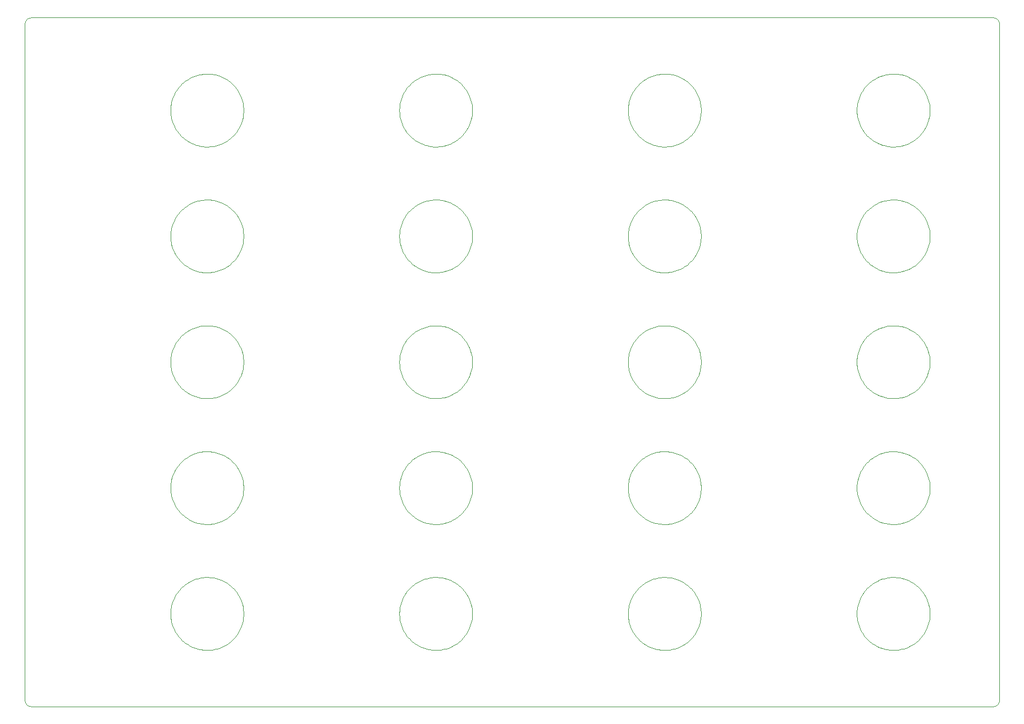
<source format=gbr>
%TF.GenerationSoftware,KiCad,Pcbnew,(6.0.11-0)*%
%TF.CreationDate,2023-04-29T14:31:07-04:00*%
%TF.ProjectId,pcb_coating_tool_array,7063625f-636f-4617-9469-6e675f746f6f,rev?*%
%TF.SameCoordinates,Original*%
%TF.FileFunction,Profile,NP*%
%FSLAX46Y46*%
G04 Gerber Fmt 4.6, Leading zero omitted, Abs format (unit mm)*
G04 Created by KiCad (PCBNEW (6.0.11-0)) date 2023-04-29 14:31:07*
%MOMM*%
%LPD*%
G01*
G04 APERTURE LIST*
%TA.AperFunction,Profile*%
%ADD10C,0.100000*%
%TD*%
G04 APERTURE END LIST*
D10*
X206204033Y-47503785D02*
X206475591Y-47520601D01*
X203569954Y-95934053D02*
X203328920Y-95807841D01*
X174051342Y-48127562D02*
X174289181Y-48259697D01*
X141232614Y-75512117D02*
X141053748Y-75717139D01*
X97596379Y-74490884D02*
X97479196Y-74245334D01*
X140666717Y-38099412D02*
X140459499Y-38275729D01*
X211493270Y-109728004D02*
X211500000Y-110000000D01*
X166001682Y-90863960D02*
X166015137Y-90592214D01*
X211259455Y-35608767D02*
X211173460Y-35866898D01*
X132855550Y-37615734D02*
X132681809Y-37406352D01*
X101352050Y-66621132D02*
X101619459Y-66570944D01*
X167539433Y-56816269D02*
X167355550Y-56615734D01*
X166042015Y-109321466D02*
X166082249Y-109052379D01*
X141558861Y-87923185D02*
X141705442Y-88152403D01*
X205931975Y-47500420D02*
X206204033Y-47503785D01*
X211493270Y-71728004D02*
X211500000Y-72000000D01*
X131874299Y-51005710D02*
X131979196Y-50754665D01*
X172245986Y-96449174D02*
X171975591Y-96479398D01*
X200542015Y-109321466D02*
X200582249Y-109052379D01*
X169826306Y-115239155D02*
X169569258Y-115149974D01*
X107832579Y-111346699D02*
X107759455Y-111608767D01*
X166374299Y-51005710D02*
X166479196Y-50754665D01*
X140459499Y-76275729D02*
X140243815Y-76441582D01*
X209020194Y-114596566D02*
X208789181Y-114740302D01*
X131515137Y-34407785D02*
X131501682Y-34136039D01*
X174959499Y-114275729D02*
X174743815Y-114441582D01*
X105289181Y-48259697D02*
X105520194Y-48403433D01*
X131781945Y-51261635D02*
X131781945Y-51261635D01*
X210558861Y-94076814D02*
X210401123Y-94298502D01*
X208551342Y-48127562D02*
X208789181Y-48259697D01*
X206745986Y-77449174D02*
X206475591Y-77479398D01*
X103245986Y-85550825D02*
X103514555Y-85594384D01*
X170352050Y-85621132D02*
X170619459Y-85570944D01*
X107892653Y-70918664D02*
X107939531Y-71186674D01*
X170087449Y-96315515D02*
X169826306Y-96239155D01*
X205660083Y-104510513D02*
X205931975Y-104500420D01*
X211332579Y-51653300D02*
X211392653Y-51918664D01*
X103514555Y-58405615D02*
X103245986Y-58449174D01*
X211074804Y-107879539D02*
X211173460Y-108133101D01*
X97082249Y-72947620D02*
X97042015Y-72678533D01*
X210840509Y-69388589D02*
X210963730Y-69631165D01*
X138802769Y-39196154D02*
X138543594Y-39278950D01*
X204326306Y-39239155D02*
X204069258Y-39149974D01*
X175166717Y-67900587D02*
X175364962Y-68086936D01*
X107463730Y-50631165D02*
X107574804Y-50879539D01*
X102975591Y-96479398D02*
X102704033Y-96496214D01*
X97374299Y-92994289D02*
X97281945Y-92738364D01*
X208307260Y-86007350D02*
X208551342Y-86127562D01*
X75118078Y-123471396D02*
X75168530Y-123555570D01*
X207280641Y-47651172D02*
X207543594Y-47721049D01*
X107973097Y-90456674D02*
X107993270Y-90728004D01*
X142392653Y-32918664D02*
X142439531Y-33186674D01*
X106553748Y-113717139D02*
X106364962Y-113913063D01*
X137475591Y-85520601D02*
X137745986Y-85550825D01*
X175553748Y-106282860D02*
X175732614Y-106487882D01*
X137475591Y-28520601D02*
X137745986Y-28550825D01*
X175901123Y-94298502D02*
X175732614Y-94512117D01*
X170352050Y-39378867D02*
X170087449Y-39315515D01*
X99594423Y-57669863D02*
X99367036Y-57520457D01*
X139789181Y-95740302D02*
X139551342Y-95872437D01*
X132096379Y-50509115D02*
X132225563Y-50269660D01*
X201855550Y-49384265D02*
X202039433Y-49183730D01*
X142259455Y-92608767D02*
X142173460Y-92866898D01*
X175364962Y-113913063D02*
X175166717Y-114099412D01*
X174289181Y-95740302D02*
X174051342Y-95872437D01*
X211439531Y-91813325D02*
X211392653Y-92081335D01*
X169316935Y-47951809D02*
X169569258Y-47850025D01*
X97866430Y-55963111D02*
X97725563Y-55730339D01*
X140666717Y-86900587D02*
X140864962Y-87086936D01*
X167539433Y-94816269D02*
X167355550Y-94615734D01*
X140864962Y-87086936D02*
X141053748Y-87282860D01*
X135852050Y-58378867D02*
X135587449Y-58315515D01*
X209666717Y-95099412D02*
X209459499Y-95275729D01*
X209243815Y-38441582D02*
X209020194Y-38596566D01*
X210558861Y-68923185D02*
X210705442Y-69152403D01*
X210053748Y-30282860D02*
X210232614Y-30487882D01*
X201366430Y-88036888D02*
X201518636Y-87811366D01*
X207280641Y-115348827D02*
X207014555Y-115405615D01*
X210053748Y-106282860D02*
X210232614Y-106487882D01*
X171704033Y-39496214D02*
X171431975Y-39499579D01*
X206745986Y-115449174D02*
X206475591Y-115479398D01*
X97015137Y-72407785D02*
X97001682Y-72136039D01*
X131582249Y-109052379D02*
X131635742Y-108785611D01*
X107205442Y-112847596D02*
X107058861Y-113076814D01*
X97596379Y-69509115D02*
X97725563Y-69269660D01*
X166042015Y-53678533D02*
X166015137Y-53407785D01*
X211439531Y-33186674D02*
X211473097Y-33456674D01*
X139307260Y-76992649D02*
X139057532Y-77100643D01*
X211392653Y-54081335D02*
X211332579Y-54346699D01*
X103514555Y-66594384D02*
X103780641Y-66651172D01*
X176939531Y-33186674D02*
X176973097Y-33456674D01*
X107892653Y-89918664D02*
X107939531Y-90186674D01*
X210705442Y-93847596D02*
X210558861Y-94076814D01*
X204326306Y-104760844D02*
X204587449Y-104684484D01*
X208057532Y-77100643D02*
X207802769Y-77196154D01*
X205660083Y-77489486D02*
X205389024Y-77465959D01*
X101087449Y-85684484D02*
X101352050Y-85621132D01*
X203816935Y-66951809D02*
X204069258Y-66850025D01*
X221881921Y-123471396D02*
X221923879Y-123382683D01*
X201366430Y-112963111D02*
X201225563Y-112730339D01*
X221831469Y-20444429D02*
X221773010Y-20365606D01*
X138014555Y-47594384D02*
X138280641Y-47651172D01*
X132225563Y-55730339D02*
X132096379Y-55490884D01*
X142493270Y-34271995D02*
X142473097Y-34543325D01*
X107993270Y-34271995D02*
X107973097Y-34543325D01*
X107832579Y-35346699D02*
X107759455Y-35608767D01*
X132366430Y-50036888D02*
X132518636Y-49811366D01*
X142332579Y-111346699D02*
X142259455Y-111608767D01*
X176759455Y-70391232D02*
X176832579Y-70653300D01*
X97135742Y-92214388D02*
X97082249Y-91947620D01*
X205931975Y-39499579D02*
X205660083Y-39489486D01*
X167181809Y-75406352D02*
X167018636Y-75188633D01*
X107939531Y-72813325D02*
X107892653Y-73081335D01*
X105051342Y-105127562D02*
X105289181Y-105259697D01*
X104043594Y-47721049D02*
X104302769Y-47803845D01*
X134569954Y-57934053D02*
X134328920Y-57807841D01*
X107973097Y-110543325D02*
X107939531Y-110813325D01*
X168828920Y-29192158D02*
X169069954Y-29065946D01*
X104043594Y-39278950D02*
X103780641Y-39348827D01*
X107205442Y-88152403D02*
X107340509Y-88388589D01*
X102160083Y-85510513D02*
X102431975Y-85500420D01*
X107340509Y-69388589D02*
X107463730Y-69631165D01*
X106901123Y-56298502D02*
X106732614Y-56512117D01*
X172780641Y-77348827D02*
X172514555Y-77405615D01*
X104043594Y-104721049D02*
X104302769Y-104803845D01*
X141401123Y-68701497D02*
X141558861Y-68923185D01*
X140864962Y-113913063D02*
X140666717Y-114099412D01*
X176939531Y-52186674D02*
X176973097Y-52456674D01*
X138802769Y-47803845D02*
X139057532Y-47899356D01*
X141705442Y-112847596D02*
X141558861Y-113076814D01*
X142439531Y-91813325D02*
X142392653Y-92081335D01*
X176939531Y-53813325D02*
X176892653Y-54081335D01*
X102431975Y-77499579D02*
X102160083Y-77489486D01*
X166015137Y-33592214D02*
X166042015Y-33321466D01*
X176993270Y-33728004D02*
X177000000Y-34000000D01*
X166866430Y-55963111D02*
X166725563Y-55730339D01*
X201681809Y-94406352D02*
X201518636Y-94188633D01*
X166725563Y-107269660D02*
X166866430Y-107036888D01*
X104807260Y-105007350D02*
X105051342Y-105127562D01*
X101352050Y-39378867D02*
X101087449Y-39315515D01*
X207280641Y-39348827D02*
X207014555Y-39405615D01*
X97725563Y-107269660D02*
X97866430Y-107036888D01*
X221000000Y-20000000D02*
X76000000Y-20000000D01*
X177000000Y-34000000D02*
X176993270Y-34271995D01*
X201681809Y-68593647D02*
X201855550Y-68384265D01*
X141963730Y-55368834D02*
X141840509Y-55611410D01*
X132518636Y-94188633D02*
X132366430Y-93963111D01*
X176759455Y-73608767D02*
X176673460Y-73866898D01*
X98181809Y-106593647D02*
X98355550Y-106384265D01*
X174051342Y-67127562D02*
X174289181Y-67259697D01*
X140459499Y-67724270D02*
X140666717Y-67900587D01*
X133233007Y-105992535D02*
X133435801Y-105811147D01*
X107574804Y-50879539D02*
X107673460Y-51133101D01*
X166001682Y-71863960D02*
X166015137Y-71592214D01*
X107463730Y-112368834D02*
X107340509Y-112611410D01*
X102975591Y-115479398D02*
X102704033Y-115496214D01*
X142173460Y-51133101D02*
X142259455Y-51391232D01*
X99594423Y-29330136D02*
X99828920Y-29192158D01*
X139551342Y-95872437D02*
X139307260Y-95992649D01*
X107832579Y-92346699D02*
X107759455Y-92608767D01*
X107463730Y-69631165D02*
X107574804Y-69879539D01*
X106732614Y-56512117D02*
X106553748Y-56717139D01*
X210232614Y-30487882D02*
X210401123Y-30701497D01*
X100069954Y-29065946D02*
X100316935Y-28951809D01*
X172514555Y-77405615D02*
X172245986Y-77449174D01*
X176939531Y-110813325D02*
X176892653Y-111081335D01*
X211493270Y-72271995D02*
X211473097Y-72543325D01*
X200542015Y-71321466D02*
X200582249Y-71052379D01*
X135069258Y-28850025D02*
X135326306Y-28760844D01*
X200515137Y-91407785D02*
X200501682Y-91136039D01*
X173043594Y-47721049D02*
X173302769Y-47803845D01*
X101619459Y-104570944D02*
X101889024Y-104534040D01*
X75365606Y-20226989D02*
X75292893Y-20292893D01*
X141232614Y-49487882D02*
X141401123Y-49701497D01*
X201681809Y-75406352D02*
X201518636Y-75188633D01*
X175901123Y-49701497D02*
X176058861Y-49923185D01*
X106553748Y-56717139D02*
X106364962Y-56913063D01*
X106901123Y-94298502D02*
X106732614Y-94512117D01*
X171975591Y-39479398D02*
X171704033Y-39496214D01*
X139307260Y-29007350D02*
X139551342Y-29127562D01*
X132681809Y-49593647D02*
X132855550Y-49384265D01*
X105959499Y-57275729D02*
X105743815Y-57441582D01*
X200781945Y-51261635D02*
X200874299Y-51005710D01*
X207543594Y-58278950D02*
X207280641Y-58348827D01*
X167181809Y-87593647D02*
X167355550Y-87384265D01*
X131515137Y-90592214D02*
X131542015Y-90321466D01*
X141963730Y-36368834D02*
X141840509Y-36611410D01*
X208789181Y-48259697D02*
X209020194Y-48403433D01*
X167539433Y-49183730D02*
X167733007Y-48992535D01*
X168147316Y-38359990D02*
X167935801Y-38188852D01*
X100069954Y-105065946D02*
X100316935Y-104951809D01*
X140020194Y-38596566D02*
X139789181Y-38740302D01*
X139789181Y-114740302D02*
X139551342Y-114872437D01*
X170352050Y-96378867D02*
X170087449Y-96315515D01*
X205389024Y-96465959D02*
X205119459Y-96429055D01*
X136119459Y-47570944D02*
X136389024Y-47534040D01*
X173302769Y-39196154D02*
X173043594Y-39278950D01*
X137745986Y-104550825D02*
X138014555Y-104594384D01*
X221881921Y-20528603D02*
X221831469Y-20444429D01*
X209666717Y-57099412D02*
X209459499Y-57275729D01*
X210232614Y-56512117D02*
X210053748Y-56717139D01*
X176759455Y-54608767D02*
X176673460Y-54866898D01*
X133647316Y-29640009D02*
X133867036Y-29479542D01*
X132681809Y-87593647D02*
X132855550Y-87384265D01*
X132096379Y-112490884D02*
X131979196Y-112245334D01*
X200635742Y-70785611D02*
X200702362Y-70521814D01*
X139789181Y-29259697D02*
X140020194Y-29403433D01*
X135587449Y-58315515D02*
X135326306Y-58239155D01*
X133039433Y-56816269D02*
X132855550Y-56615734D01*
X142392653Y-51918664D02*
X142439531Y-52186674D01*
X132855550Y-106384265D02*
X133039433Y-106183730D01*
X166202362Y-32521814D02*
X166281945Y-32261635D01*
X203569954Y-29065946D02*
X203816935Y-28951809D01*
X172245986Y-104550825D02*
X172514555Y-104594384D01*
X107973097Y-109456674D02*
X107993270Y-109728004D01*
X206475591Y-96479398D02*
X206204033Y-96496214D01*
X98539433Y-30183730D02*
X98733007Y-29992535D01*
X105289181Y-38740302D02*
X105051342Y-38872437D01*
X221555570Y-20168530D02*
X221471396Y-20118078D01*
X136660083Y-77489486D02*
X136389024Y-77465959D01*
X211259455Y-54608767D02*
X211173460Y-54866898D01*
X166479196Y-93245334D02*
X166374299Y-92994289D01*
X168367036Y-86479542D02*
X168594423Y-86330136D01*
X167018636Y-106811366D02*
X167181809Y-106593647D01*
X201855550Y-113615734D02*
X201681809Y-113406352D01*
X200515137Y-109592214D02*
X200542015Y-109321466D01*
X168147316Y-114359990D02*
X167935801Y-114188852D01*
X176939531Y-109186674D02*
X176973097Y-109456674D01*
X211500000Y-53000000D02*
X211493270Y-53271995D01*
X97001682Y-110136039D02*
X97001682Y-109863960D01*
X166479196Y-107754665D02*
X166596379Y-107509115D01*
X99828920Y-105192158D02*
X100069954Y-105065946D01*
X177000000Y-91000000D02*
X176993270Y-91271995D01*
X200702362Y-108521814D02*
X200781945Y-108261635D01*
X108000000Y-72000000D02*
X107993270Y-72271995D01*
X99828920Y-48192158D02*
X100069954Y-48065946D01*
X166015137Y-91407785D02*
X166001682Y-91136039D01*
X176973097Y-109456674D02*
X176993270Y-109728004D01*
X166135742Y-108785611D02*
X166202362Y-108521814D01*
X99594423Y-114669863D02*
X99367036Y-114520457D01*
X200542015Y-52321466D02*
X200582249Y-52052379D01*
X107993270Y-71728004D02*
X108000000Y-72000000D01*
X99367036Y-105479542D02*
X99594423Y-105330136D01*
X141558861Y-75076814D02*
X141401123Y-75298502D01*
X173302769Y-47803845D02*
X173557532Y-47899356D01*
X134816935Y-58048190D02*
X134569954Y-57934053D01*
X204069258Y-85850025D02*
X204326306Y-85760844D01*
X204326306Y-28760844D02*
X204587449Y-28684484D01*
X105743815Y-67558417D02*
X105959499Y-67724270D01*
X138280641Y-58348827D02*
X138014555Y-58405615D01*
X209459499Y-105724270D02*
X209666717Y-105900587D01*
X176939531Y-72813325D02*
X176892653Y-73081335D01*
X200874299Y-111994289D02*
X200781945Y-111738364D01*
X174051342Y-86127562D02*
X174289181Y-86259697D01*
X138543594Y-96278950D02*
X138280641Y-96348827D01*
X172514555Y-47594384D02*
X172780641Y-47651172D01*
X102160083Y-58489486D02*
X101889024Y-58465959D01*
X167935801Y-29811147D02*
X168147316Y-29640009D01*
X97281945Y-111738364D02*
X97202362Y-111478185D01*
X141705442Y-36847596D02*
X141558861Y-37076814D01*
X166202362Y-73478185D02*
X166202362Y-73478185D01*
X200582249Y-90052379D02*
X200635742Y-89785611D01*
X106732614Y-30487882D02*
X106901123Y-30701497D01*
X166596379Y-69509115D02*
X166725563Y-69269660D01*
X97866430Y-112963111D02*
X97725563Y-112730339D01*
X135069258Y-115149974D02*
X134816935Y-115048190D01*
X166202362Y-51521814D02*
X166281945Y-51261635D01*
X141558861Y-49923185D02*
X141705442Y-50152403D01*
X166281945Y-111738364D02*
X166202362Y-111478185D01*
X102704033Y-28503785D02*
X102975591Y-28520601D01*
X204069258Y-58149974D02*
X203816935Y-58048190D01*
X168594423Y-105330136D02*
X168828920Y-105192158D01*
X97042015Y-71321466D02*
X97082249Y-71052379D01*
X205931975Y-85500420D02*
X206204033Y-85503785D01*
X177000000Y-53000000D02*
X176993270Y-53271995D01*
X211473097Y-53543325D02*
X211439531Y-53813325D01*
X97042015Y-91678533D02*
X97015137Y-91407785D01*
X137204033Y-58496214D02*
X136931975Y-58499579D01*
X141401123Y-113298502D02*
X141232614Y-113512117D01*
X167935801Y-105811147D02*
X168147316Y-105640009D01*
X175901123Y-87701497D02*
X176058861Y-87923185D01*
X136389024Y-39465959D02*
X136119459Y-39429055D01*
X167181809Y-94406352D02*
X167018636Y-94188633D01*
X200781945Y-70261635D02*
X200874299Y-70005710D01*
X208551342Y-38872437D02*
X208307260Y-38992649D01*
X172245986Y-115449174D02*
X171975591Y-115479398D01*
X206745986Y-47550825D02*
X207014555Y-47594384D01*
X174959499Y-95275729D02*
X174743815Y-95441582D01*
X209020194Y-76596566D02*
X208789181Y-76740302D01*
X97042015Y-53678533D02*
X97015137Y-53407785D01*
X142074804Y-36120460D02*
X141963730Y-36368834D01*
X203816935Y-47951809D02*
X204069258Y-47850025D01*
X97725563Y-36730339D02*
X97596379Y-36490884D01*
X210840509Y-112611410D02*
X210705442Y-112847596D01*
X168147316Y-86640009D02*
X168367036Y-86479542D01*
X132096379Y-93490884D02*
X131979196Y-93245334D01*
X142500000Y-53000000D02*
X142493270Y-53271995D01*
X135326306Y-28760844D02*
X135587449Y-28684484D01*
X210053748Y-75717139D02*
X209864962Y-75913063D01*
X141840509Y-50388589D02*
X141963730Y-50631165D01*
X176673460Y-54866898D02*
X176574804Y-55120460D01*
X200515137Y-34407785D02*
X200501682Y-34136039D01*
X133867036Y-114520457D02*
X133647316Y-114359990D01*
X170619459Y-115429055D02*
X170352050Y-115378867D01*
X168594423Y-114669863D02*
X168367036Y-114520457D01*
X166135742Y-35214388D02*
X166082249Y-34947620D01*
X98935801Y-48811147D02*
X99147316Y-48640009D01*
X167733007Y-48992535D02*
X167935801Y-48811147D01*
X208551342Y-114872437D02*
X208307260Y-114992649D01*
X208307260Y-95992649D02*
X208057532Y-96100643D01*
X107340509Y-55611410D02*
X107205442Y-55847596D01*
X170889024Y-58465959D02*
X170619459Y-58429055D01*
X173557532Y-47899356D02*
X173807260Y-48007350D01*
X168147316Y-105640009D02*
X168367036Y-105479542D01*
X211173460Y-51133101D02*
X211259455Y-51391232D01*
X211074804Y-88879539D02*
X211173460Y-89133101D01*
X107973097Y-52456674D02*
X107993270Y-52728004D01*
X141963730Y-88631165D02*
X142074804Y-88879539D01*
X166725563Y-55730339D02*
X166596379Y-55490884D01*
X169569258Y-39149974D02*
X169316935Y-39048190D01*
X136119459Y-115429055D02*
X135852050Y-115378867D01*
X210705442Y-107152403D02*
X210840509Y-107388589D01*
X141053748Y-56717139D02*
X140864962Y-56913063D01*
X175553748Y-49282860D02*
X175732614Y-49487882D01*
X103245986Y-96449174D02*
X102975591Y-96479398D01*
X107973097Y-33456674D02*
X107993270Y-33728004D01*
X133039433Y-49183730D02*
X133233007Y-48992535D01*
X174051342Y-57872437D02*
X173807260Y-57992649D01*
X176673460Y-70133101D02*
X176759455Y-70391232D01*
X107759455Y-32391232D02*
X107832579Y-32653300D01*
X206745986Y-58449174D02*
X206475591Y-58479398D01*
X210840509Y-50388589D02*
X210963730Y-50631165D01*
X99828920Y-38807841D02*
X99594423Y-38669863D01*
X131635742Y-51785611D02*
X131702362Y-51521814D01*
X75118078Y-20528603D02*
X75076120Y-20617316D01*
X176892653Y-92081335D02*
X176832579Y-92346699D01*
X141232614Y-30487882D02*
X141401123Y-30701497D01*
X168367036Y-38520457D02*
X168147316Y-38359990D01*
X174289181Y-48259697D02*
X174520194Y-48403433D01*
X132855550Y-56615734D02*
X132681809Y-56406352D01*
X176993270Y-90728004D02*
X177000000Y-91000000D01*
X171160083Y-39489486D02*
X170889024Y-39465959D01*
X176205442Y-36847596D02*
X176058861Y-37076814D01*
X105289181Y-57740302D02*
X105051342Y-57872437D01*
X131635742Y-32785611D02*
X131702362Y-32521814D01*
X132681809Y-68593647D02*
X132855550Y-68384265D01*
X142259455Y-73608767D02*
X142173460Y-73866898D01*
X131635742Y-108785611D02*
X131702362Y-108521814D01*
X210232614Y-87487882D02*
X210401123Y-87701497D01*
X141053748Y-30282860D02*
X141232614Y-30487882D01*
X142473097Y-71456674D02*
X142493270Y-71728004D01*
X166042015Y-91678533D02*
X166015137Y-91407785D01*
X107463730Y-88631165D02*
X107574804Y-88879539D01*
X211173460Y-32133101D02*
X211259455Y-32391232D01*
X174520194Y-114596566D02*
X174289181Y-114740302D01*
X142493270Y-33728004D02*
X142500000Y-34000000D01*
X200979196Y-112245334D02*
X200874299Y-111994289D01*
X142074804Y-93120460D02*
X141963730Y-93368834D01*
X138014555Y-104594384D02*
X138280641Y-104651172D01*
X175166717Y-114099412D02*
X174959499Y-114275729D01*
X100316935Y-85951809D02*
X100569258Y-85850025D01*
X142173460Y-73866898D02*
X142074804Y-74120460D01*
X107058861Y-106923185D02*
X107205442Y-107152403D01*
X107939531Y-71186674D02*
X107973097Y-71456674D01*
X200515137Y-52592214D02*
X200542015Y-52321466D01*
X175364962Y-75913063D02*
X175166717Y-76099412D01*
X105743815Y-114441582D02*
X105520194Y-114596566D01*
X106901123Y-37298502D02*
X106732614Y-37512117D01*
X138014555Y-77405615D02*
X137745986Y-77449174D01*
X134569954Y-95934053D02*
X134328920Y-95807841D01*
X169569258Y-104850025D02*
X169826306Y-104760844D01*
X133435801Y-105811147D02*
X133647316Y-105640009D01*
X136931975Y-47500420D02*
X137204033Y-47503785D01*
X139057532Y-77100643D02*
X138802769Y-77196154D01*
X131781945Y-70261635D02*
X131874299Y-70005710D01*
X200702362Y-73478185D02*
X200635742Y-73214388D01*
X136931975Y-58499579D02*
X136660083Y-58489486D01*
X175901123Y-113298502D02*
X175732614Y-113512117D01*
X131582249Y-71052379D02*
X131635742Y-70785611D01*
X167181809Y-30593647D02*
X167355550Y-30384265D01*
X202867036Y-95520457D02*
X202647316Y-95359990D01*
X200501682Y-91136039D02*
X200501682Y-90863960D01*
X101087449Y-115315515D02*
X100826306Y-115239155D01*
X140020194Y-114596566D02*
X139789181Y-114740302D01*
X170087449Y-115315515D02*
X169826306Y-115239155D01*
X131515137Y-72407785D02*
X131501682Y-72136039D01*
X209020194Y-95596566D02*
X208789181Y-95740302D01*
X131501682Y-52863960D02*
X131515137Y-52592214D01*
X135069258Y-47850025D02*
X135326306Y-47760844D01*
X211332579Y-92346699D02*
X211259455Y-92608767D01*
X135852050Y-77378867D02*
X135587449Y-77315515D01*
X175364962Y-68086936D02*
X175553748Y-68282860D01*
X101352050Y-96378867D02*
X101087449Y-96315515D01*
X209459499Y-29724270D02*
X209666717Y-29900587D01*
X173557532Y-28899356D02*
X173807260Y-29007350D01*
X142439531Y-53813325D02*
X142392653Y-54081335D01*
X202233007Y-57007464D02*
X202039433Y-56816269D01*
X208789181Y-57740302D02*
X208551342Y-57872437D01*
X200515137Y-71592214D02*
X200542015Y-71321466D01*
X132855550Y-75615734D02*
X132681809Y-75406352D01*
X141053748Y-94717139D02*
X140864962Y-94913063D01*
X100569258Y-66850025D02*
X100826306Y-66760844D01*
X208789181Y-76740302D02*
X208551342Y-76872437D01*
X141840509Y-93611410D02*
X141705442Y-93847596D01*
X100826306Y-77239155D02*
X100569258Y-77149974D01*
X139789181Y-38740302D02*
X139551342Y-38872437D01*
X173302769Y-77196154D02*
X173043594Y-77278950D01*
X135326306Y-115239155D02*
X135069258Y-115149974D01*
X169826306Y-85760844D02*
X170087449Y-85684484D01*
X200874299Y-92994289D02*
X200781945Y-92738364D01*
X98733007Y-114007464D02*
X98539433Y-113816269D01*
X176993270Y-53271995D02*
X176973097Y-53543325D01*
X97479196Y-31754665D02*
X97596379Y-31509115D01*
X201096379Y-36490884D02*
X200979196Y-36245334D01*
X138543594Y-115278950D02*
X138280641Y-115348827D01*
X142332579Y-51653300D02*
X142392653Y-51918664D01*
X107993270Y-110271995D02*
X107973097Y-110543325D01*
X132225563Y-36730339D02*
X132096379Y-36490884D01*
X97202362Y-89521814D02*
X97281945Y-89261635D01*
X171160083Y-104510513D02*
X171431975Y-104500420D01*
X104807260Y-76992649D02*
X104557532Y-77100643D01*
X103245986Y-58449174D02*
X102975591Y-58479398D01*
X102431975Y-66500420D02*
X102704033Y-66503785D01*
X137745986Y-39449174D02*
X137475591Y-39479398D01*
X141963730Y-107631165D02*
X142074804Y-107879539D01*
X205119459Y-104570944D02*
X205389024Y-104534040D01*
X176993270Y-91271995D02*
X176973097Y-91543325D01*
X202233007Y-38007464D02*
X202039433Y-37816269D01*
X201225563Y-112730339D02*
X201096379Y-112490884D01*
X97015137Y-33592214D02*
X97042015Y-33321466D01*
X210053748Y-49282860D02*
X210232614Y-49487882D01*
X142173460Y-35866898D02*
X142074804Y-36120460D01*
X200542015Y-53678533D02*
X200515137Y-53407785D01*
X171160083Y-96489486D02*
X170889024Y-96465959D01*
X105743815Y-76441582D02*
X105520194Y-76596566D01*
X100069954Y-95934053D02*
X99828920Y-95807841D01*
X107574804Y-107879539D02*
X107673460Y-108133101D01*
X204587449Y-58315515D02*
X204326306Y-58239155D01*
X169069954Y-114934053D02*
X168828920Y-114807841D01*
X206475591Y-47520601D02*
X206745986Y-47550825D01*
X167355550Y-49384265D02*
X167539433Y-49183730D01*
X176205442Y-88152403D02*
X176340509Y-88388589D01*
X210053748Y-87282860D02*
X210232614Y-87487882D01*
X107463730Y-36368834D02*
X107340509Y-36611410D01*
X132225563Y-112730339D02*
X132096379Y-112490884D01*
X203094423Y-48330136D02*
X203328920Y-48192158D01*
X105051342Y-57872437D02*
X104807260Y-57992649D01*
X97374299Y-51005710D02*
X97479196Y-50754665D01*
X176058861Y-56076814D02*
X175901123Y-56298502D01*
X203328920Y-38807841D02*
X203094423Y-38669863D01*
X211392653Y-32918664D02*
X211439531Y-33186674D01*
X136660083Y-85510513D02*
X136931975Y-85500420D01*
X169569258Y-28850025D02*
X169826306Y-28760844D01*
X205389024Y-85534040D02*
X205660083Y-85510513D01*
X133867036Y-76520457D02*
X133647316Y-76359990D01*
X209020194Y-67403433D02*
X209243815Y-67558417D01*
X136660083Y-104510513D02*
X136931975Y-104500420D01*
X200515137Y-90592214D02*
X200542015Y-90321466D01*
X203569954Y-48065946D02*
X203816935Y-47951809D01*
X175901123Y-37298502D02*
X175732614Y-37512117D01*
X171431975Y-28500420D02*
X171704033Y-28503785D01*
X107574804Y-55120460D02*
X107463730Y-55368834D01*
X99367036Y-29479542D02*
X99594423Y-29330136D01*
X137475591Y-96479398D02*
X137204033Y-96496214D01*
X200542015Y-34678533D02*
X200515137Y-34407785D01*
X97479196Y-50754665D02*
X97596379Y-50509115D01*
X166082249Y-33052379D02*
X166135742Y-32785611D01*
X131582249Y-34947620D02*
X131542015Y-34678533D01*
X201518636Y-68811366D02*
X201681809Y-68593647D01*
X134816935Y-66951809D02*
X135069258Y-66850025D01*
X203328920Y-105192158D02*
X203569954Y-105065946D01*
X171431975Y-77499579D02*
X171160083Y-77489486D01*
X139057532Y-104899356D02*
X139307260Y-105007350D01*
X210558861Y-49923185D02*
X210705442Y-50152403D01*
X137204033Y-96496214D02*
X136931975Y-96499579D01*
X97202362Y-111478185D02*
X97135742Y-111214388D01*
X173043594Y-85721049D02*
X173302769Y-85803845D01*
X202435801Y-86811147D02*
X202647316Y-86640009D01*
X221634393Y-20226989D02*
X221555570Y-20168530D01*
X175732614Y-30487882D02*
X175901123Y-30701497D01*
X166202362Y-89521814D02*
X166281945Y-89261635D01*
X173043594Y-115278950D02*
X172780641Y-115348827D01*
X171431975Y-39499579D02*
X171160083Y-39489486D01*
X174051342Y-114872437D02*
X173807260Y-114992649D01*
X99828920Y-86192158D02*
X100069954Y-86065946D01*
X98935801Y-86811147D02*
X99147316Y-86640009D01*
X142173460Y-32133101D02*
X142259455Y-32391232D01*
X132855550Y-49384265D02*
X133039433Y-49183730D01*
X98539433Y-113816269D02*
X98355550Y-113615734D01*
X209666717Y-86900587D02*
X209864962Y-87086936D01*
X174520194Y-95596566D02*
X174289181Y-95740302D01*
X175364962Y-30086936D02*
X175553748Y-30282860D01*
X107673460Y-35866898D02*
X107574804Y-36120460D01*
X176673460Y-73866898D02*
X176574804Y-74120460D01*
X211074804Y-69879539D02*
X211173460Y-70133101D01*
X201096379Y-93490884D02*
X200979196Y-93245334D01*
X202647316Y-114359990D02*
X202435801Y-114188852D01*
X99828920Y-114807841D02*
X99594423Y-114669863D01*
X101619459Y-85570944D02*
X101889024Y-85534040D01*
X174520194Y-57596566D02*
X174289181Y-57740302D01*
X169826306Y-47760844D02*
X170087449Y-47684484D01*
X167181809Y-113406352D02*
X167018636Y-113188633D01*
X131781945Y-73738364D02*
X131702362Y-73478185D01*
X106553748Y-68282860D02*
X106732614Y-68487882D01*
X135852050Y-39378867D02*
X135587449Y-39315515D01*
X100316935Y-77048190D02*
X100069954Y-76934053D01*
X102704033Y-77496214D02*
X102431975Y-77499579D01*
X97479196Y-88754665D02*
X97596379Y-88509115D01*
X173043594Y-58278950D02*
X172780641Y-58348827D01*
X221773010Y-20365606D02*
X221707106Y-20292893D01*
X107340509Y-36611410D02*
X107205442Y-36847596D01*
X140459499Y-38275729D02*
X140243815Y-38441582D01*
X175166717Y-38099412D02*
X174959499Y-38275729D01*
X171160083Y-115489486D02*
X170889024Y-115465959D01*
X205660083Y-66510513D02*
X205931975Y-66500420D01*
X132096379Y-74490884D02*
X131979196Y-74245334D01*
X176574804Y-69879539D02*
X176673460Y-70133101D01*
X211259455Y-32391232D02*
X211332579Y-32653300D01*
X138802769Y-77196154D02*
X138543594Y-77278950D01*
X201225563Y-31269660D02*
X201366430Y-31036888D01*
X108000000Y-53000000D02*
X107993270Y-53271995D01*
X106364962Y-37913063D02*
X106166717Y-38099412D01*
X203094423Y-29330136D02*
X203328920Y-29192158D01*
X200702362Y-32521814D02*
X200781945Y-32261635D01*
X138543594Y-58278950D02*
X138280641Y-58348827D01*
X100569258Y-47850025D02*
X100826306Y-47760844D01*
X98018636Y-113188633D02*
X97866430Y-112963111D01*
X140864962Y-68086936D02*
X141053748Y-68282860D01*
X209243815Y-48558417D02*
X209459499Y-48724270D01*
X138802769Y-66803845D02*
X139057532Y-66899356D01*
X167355550Y-87384265D02*
X167539433Y-87183730D01*
X171975591Y-96479398D02*
X171704033Y-96496214D01*
X166015137Y-90592214D02*
X166042015Y-90321466D01*
X166479196Y-69754665D02*
X166596379Y-69509115D01*
X171704033Y-77496214D02*
X171431975Y-77499579D01*
X100826306Y-96239155D02*
X100569258Y-96149974D01*
X176340509Y-55611410D02*
X176205442Y-55847596D01*
X201366430Y-69036888D02*
X201518636Y-68811366D01*
X136119459Y-96429055D02*
X135852050Y-96378867D01*
X97001682Y-34136039D02*
X97001682Y-33863960D01*
X98539433Y-75816269D02*
X98355550Y-75615734D01*
X207014555Y-39405615D02*
X206745986Y-39449174D01*
X141053748Y-68282860D02*
X141232614Y-68487882D01*
X141963730Y-69631165D02*
X142074804Y-69879539D01*
X209459499Y-48724270D02*
X209666717Y-48900587D01*
X221956940Y-123290284D02*
X221980785Y-123195090D01*
X131501682Y-34136039D02*
X131501682Y-33863960D01*
X200874299Y-89005710D02*
X200979196Y-88754665D01*
X98181809Y-68593647D02*
X98355550Y-68384265D01*
X205389024Y-47534040D02*
X205660083Y-47510513D01*
X170087449Y-28684484D02*
X170352050Y-28621132D01*
X106364962Y-49086936D02*
X106553748Y-49282860D01*
X174743815Y-48558417D02*
X174959499Y-48724270D01*
X136389024Y-77465959D02*
X136119459Y-77429055D01*
X176939531Y-34813325D02*
X176892653Y-35081335D01*
X106732614Y-94512117D02*
X106553748Y-94717139D01*
X140243815Y-57441582D02*
X140020194Y-57596566D01*
X172245986Y-58449174D02*
X171975591Y-58479398D01*
X208307260Y-76992649D02*
X208057532Y-77100643D01*
X97281945Y-32261635D02*
X97374299Y-32005710D01*
X97135742Y-70785611D02*
X97202362Y-70521814D01*
X99367036Y-57520457D02*
X99147316Y-57359990D01*
X200635742Y-54214388D02*
X200582249Y-53947620D01*
X211259455Y-111608767D02*
X211173460Y-111866898D01*
X203569954Y-105065946D02*
X203816935Y-104951809D01*
X176574804Y-55120460D02*
X176463730Y-55368834D01*
X202647316Y-29640009D02*
X202867036Y-29479542D01*
X168367036Y-29479542D02*
X168594423Y-29330136D01*
X107673460Y-108133101D02*
X107759455Y-108391232D01*
X106901123Y-75298502D02*
X106732614Y-75512117D01*
X176058861Y-75076814D02*
X175901123Y-75298502D01*
X100316935Y-66951809D02*
X100569258Y-66850025D01*
X105743815Y-29558417D02*
X105959499Y-29724270D01*
X201681809Y-49593647D02*
X201855550Y-49384265D01*
X211473097Y-33456674D02*
X211493270Y-33728004D01*
X75043059Y-20709715D02*
X75019214Y-20804909D01*
X99594423Y-38669863D02*
X99367036Y-38520457D01*
X141840509Y-112611410D02*
X141705442Y-112847596D01*
X166001682Y-109863960D02*
X166015137Y-109592214D01*
X211173460Y-111866898D02*
X211074804Y-112120460D01*
X107759455Y-73608767D02*
X107673460Y-73866898D01*
X102975591Y-77479398D02*
X102704033Y-77496214D01*
X170619459Y-28570944D02*
X170889024Y-28534040D01*
X203094423Y-38669863D02*
X202867036Y-38520457D01*
X141232614Y-68487882D02*
X141401123Y-68701497D01*
X200582249Y-71052379D02*
X200635742Y-70785611D01*
X136660083Y-115489486D02*
X136389024Y-115465959D01*
X139057532Y-47899356D02*
X139307260Y-48007350D01*
X138543594Y-77278950D02*
X138280641Y-77348827D01*
X137475591Y-115479398D02*
X137204033Y-115496214D01*
X211074804Y-112120460D02*
X210963730Y-112368834D01*
X107993270Y-109728004D02*
X108000000Y-110000000D01*
X202039433Y-94816269D02*
X201855550Y-94615734D01*
X97725563Y-112730339D02*
X97596379Y-112490884D01*
X97374299Y-54994289D02*
X97281945Y-54738364D01*
X97135742Y-89785611D02*
X97202362Y-89521814D01*
X141232614Y-37512117D02*
X141053748Y-37717139D01*
X166596379Y-93490884D02*
X166479196Y-93245334D01*
X137745986Y-47550825D02*
X138014555Y-47594384D01*
X104557532Y-104899356D02*
X104807260Y-105007350D01*
X168828920Y-76807841D02*
X168594423Y-76669863D01*
X173043594Y-77278950D02*
X172780641Y-77348827D01*
X131874299Y-73994289D02*
X131781945Y-73738364D01*
X107993270Y-91271995D02*
X107973097Y-91543325D01*
X138280641Y-115348827D02*
X138014555Y-115405615D01*
X99828920Y-29192158D02*
X100069954Y-29065946D01*
X75709715Y-123956940D02*
X75804909Y-123980785D01*
X205931975Y-58499579D02*
X205660083Y-58489486D01*
X99147316Y-105640009D02*
X99367036Y-105479542D01*
X207280641Y-104651172D02*
X207543594Y-104721049D01*
X139789181Y-57740302D02*
X139551342Y-57872437D01*
X142500000Y-72000000D02*
X142493270Y-72271995D01*
X174289181Y-38740302D02*
X174051342Y-38872437D01*
X176973097Y-52456674D02*
X176993270Y-52728004D01*
X131501682Y-90863960D02*
X131515137Y-90592214D01*
X97281945Y-54738364D02*
X97202362Y-54478185D01*
X209020194Y-38596566D02*
X208789181Y-38740302D01*
X141840509Y-31388589D02*
X141963730Y-31631165D01*
X206204033Y-66503785D02*
X206475591Y-66520601D01*
X204852050Y-39378867D02*
X204587449Y-39315515D01*
X221098017Y-123995184D02*
X221195090Y-123980785D01*
X168828920Y-57807841D02*
X168594423Y-57669863D01*
X97866430Y-74963111D02*
X97725563Y-74730339D01*
X201518636Y-75188633D02*
X201366430Y-74963111D01*
X139307260Y-67007350D02*
X139551342Y-67127562D01*
X202435801Y-38188852D02*
X202233007Y-38007464D01*
X134816935Y-104951809D02*
X135069258Y-104850025D01*
X166015137Y-71592214D02*
X166042015Y-71321466D01*
X209666717Y-48900587D02*
X209864962Y-49086936D01*
X166866430Y-69036888D02*
X167018636Y-68811366D01*
X140864962Y-49086936D02*
X141053748Y-49282860D01*
X107574804Y-36120460D02*
X107463730Y-36368834D01*
X98733007Y-57007464D02*
X98539433Y-56816269D01*
X106364962Y-56913063D02*
X106166717Y-57099412D01*
X166596379Y-50509115D02*
X166725563Y-50269660D01*
X201855550Y-56615734D02*
X201681809Y-56406352D01*
X106553748Y-87282860D02*
X106732614Y-87487882D01*
X132681809Y-56406352D02*
X132518636Y-56188633D01*
X202233007Y-67992535D02*
X202435801Y-67811147D01*
X107939531Y-34813325D02*
X107892653Y-35081335D01*
X167355550Y-37615734D02*
X167181809Y-37406352D01*
X210053748Y-113717139D02*
X209864962Y-113913063D01*
X141401123Y-75298502D02*
X141232614Y-75512117D01*
X131582249Y-52052379D02*
X131635742Y-51785611D01*
X99147316Y-38359990D02*
X98935801Y-38188852D01*
X99367036Y-48479542D02*
X99594423Y-48330136D01*
X202435801Y-57188852D02*
X202233007Y-57007464D01*
X98539433Y-56816269D02*
X98355550Y-56615734D01*
X208057532Y-28899356D02*
X208307260Y-29007350D01*
X102704033Y-96496214D02*
X102431975Y-96499579D01*
X101619459Y-28570944D02*
X101889024Y-28534040D01*
X210705442Y-69152403D02*
X210840509Y-69388589D01*
X142493270Y-109728004D02*
X142500000Y-110000000D01*
X133647316Y-105640009D02*
X133867036Y-105479542D01*
X106901123Y-106701497D02*
X107058861Y-106923185D01*
X202647316Y-48640009D02*
X202867036Y-48479542D01*
X138014555Y-28594384D02*
X138280641Y-28651172D01*
X171160083Y-77489486D02*
X170889024Y-77465959D01*
X132366430Y-36963111D02*
X132225563Y-36730339D01*
X167181809Y-49593647D02*
X167355550Y-49384265D01*
X205119459Y-115429055D02*
X204852050Y-115378867D01*
X142473097Y-91543325D02*
X142439531Y-91813325D01*
X208789181Y-95740302D02*
X208551342Y-95872437D01*
X106166717Y-48900587D02*
X106364962Y-49086936D01*
X135069258Y-66850025D02*
X135326306Y-66760844D01*
X139551342Y-86127562D02*
X139789181Y-86259697D01*
X176892653Y-51918664D02*
X176939531Y-52186674D01*
X167018636Y-87811366D02*
X167181809Y-87593647D01*
X167539433Y-68183730D02*
X167733007Y-67992535D01*
X142332579Y-92346699D02*
X142259455Y-92608767D01*
X210401123Y-37298502D02*
X210232614Y-37512117D01*
X176892653Y-70918664D02*
X176939531Y-71186674D01*
X202039433Y-75816269D02*
X201855550Y-75615734D01*
X200582249Y-53947620D02*
X200542015Y-53678533D01*
X208551342Y-105127562D02*
X208789181Y-105259697D01*
X202867036Y-76520457D02*
X202647316Y-76359990D01*
X211074804Y-93120460D02*
X210963730Y-93368834D01*
X166281945Y-32261635D02*
X166374299Y-32005710D01*
X210840509Y-88388589D02*
X210963730Y-88631165D01*
X97202362Y-92478185D02*
X97135742Y-92214388D01*
X208789181Y-67259697D02*
X209020194Y-67403433D01*
X142392653Y-111081335D02*
X142332579Y-111346699D01*
X107574804Y-88879539D02*
X107673460Y-89133101D01*
X173807260Y-48007350D02*
X174051342Y-48127562D01*
X207280641Y-58348827D02*
X207014555Y-58405615D01*
X75226989Y-20365606D02*
X75168530Y-20444429D01*
X176993270Y-110271995D02*
X176973097Y-110543325D01*
X166135742Y-51785611D02*
X166202362Y-51521814D01*
X166001682Y-33863960D02*
X166015137Y-33592214D01*
X207543594Y-115278950D02*
X207280641Y-115348827D01*
X97042015Y-33321466D02*
X97082249Y-33052379D01*
X166001682Y-52863960D02*
X166015137Y-52592214D01*
X107463730Y-93368834D02*
X107340509Y-93611410D01*
X200979196Y-31754665D02*
X201096379Y-31509115D01*
X207802769Y-58196154D02*
X207543594Y-58278950D01*
X142259455Y-70391232D02*
X142332579Y-70653300D01*
X133435801Y-114188852D02*
X133233007Y-114007464D01*
X107832579Y-73346699D02*
X107759455Y-73608767D01*
X202647316Y-67640009D02*
X202867036Y-67479542D01*
X168828920Y-86192158D02*
X169069954Y-86065946D01*
X138543594Y-104721049D02*
X138802769Y-104803845D01*
X176340509Y-36611410D02*
X176205442Y-36847596D01*
X105520194Y-76596566D02*
X105289181Y-76740302D01*
X142074804Y-112120460D02*
X141963730Y-112368834D01*
X75000000Y-123000000D02*
X75004815Y-123098017D01*
X135326306Y-39239155D02*
X135069258Y-39149974D01*
X170889024Y-104534040D02*
X171160083Y-104510513D01*
X166135742Y-70785611D02*
X166202362Y-70521814D01*
X166374299Y-35994289D02*
X166281945Y-35738364D01*
X132225563Y-74730339D02*
X132096379Y-74490884D01*
X132855550Y-68384265D02*
X133039433Y-68183730D01*
X176058861Y-68923185D02*
X176205442Y-69152403D01*
X200582249Y-109052379D02*
X200635742Y-108785611D01*
X100316935Y-104951809D02*
X100569258Y-104850025D01*
X176759455Y-92608767D02*
X176673460Y-92866898D01*
X136119459Y-66570944D02*
X136389024Y-66534040D01*
X140243815Y-67558417D02*
X140459499Y-67724270D01*
X141840509Y-55611410D02*
X141705442Y-55847596D01*
X103514555Y-28594384D02*
X103780641Y-28651172D01*
X203569954Y-86065946D02*
X203816935Y-85951809D01*
X167539433Y-113816269D02*
X167355550Y-113615734D01*
X176340509Y-69388589D02*
X176463730Y-69631165D01*
X141232614Y-87487882D02*
X141401123Y-87701497D01*
X97866430Y-31036888D02*
X98018636Y-30811366D01*
X142173460Y-108133101D02*
X142259455Y-108391232D01*
X106364962Y-94913063D02*
X106166717Y-95099412D01*
X174743815Y-57441582D02*
X174520194Y-57596566D01*
X166479196Y-112245334D02*
X166374299Y-111994289D01*
X97042015Y-90321466D02*
X97082249Y-90052379D01*
X176673460Y-111866898D02*
X176574804Y-112120460D01*
X176892653Y-54081335D02*
X176832579Y-54346699D01*
X176993270Y-72271995D02*
X176973097Y-72543325D01*
X107673460Y-73866898D02*
X107574804Y-74120460D01*
X175901123Y-75298502D02*
X175732614Y-75512117D01*
X102431975Y-85500420D02*
X102704033Y-85503785D01*
X142500000Y-110000000D02*
X142493270Y-110271995D01*
X131702362Y-35478185D02*
X131635742Y-35214388D01*
X142392653Y-89918664D02*
X142439531Y-90186674D01*
X166202362Y-108521814D02*
X166281945Y-108261635D01*
X97001682Y-53136039D02*
X97001682Y-52863960D01*
X107574804Y-112120460D02*
X107463730Y-112368834D01*
X137745986Y-58449174D02*
X137475591Y-58479398D01*
X169826306Y-104760844D02*
X170087449Y-104684484D01*
X98355550Y-49384265D02*
X98539433Y-49183730D01*
X176892653Y-32918664D02*
X176939531Y-33186674D01*
X142493270Y-90728004D02*
X142500000Y-91000000D01*
X169316935Y-58048190D02*
X169069954Y-57934053D01*
X105520194Y-114596566D02*
X105289181Y-114740302D01*
X132225563Y-107269660D02*
X132366430Y-107036888D01*
X131501682Y-33863960D02*
X131515137Y-33592214D01*
X105743815Y-57441582D02*
X105520194Y-57596566D01*
X172245986Y-28550825D02*
X172514555Y-28594384D01*
X201681809Y-37406352D02*
X201518636Y-37188633D01*
X139551342Y-76872437D02*
X139307260Y-76992649D01*
X166135742Y-73214388D02*
X166082249Y-72947620D01*
X97001682Y-71863960D02*
X97015137Y-71592214D01*
X106901123Y-113298502D02*
X106732614Y-113512117D01*
X131635742Y-54214388D02*
X131582249Y-53947620D01*
X221555570Y-123831469D02*
X221634393Y-123773010D01*
X131702362Y-92478185D02*
X131635742Y-92214388D01*
X210232614Y-68487882D02*
X210401123Y-68701497D01*
X107939531Y-52186674D02*
X107973097Y-52456674D01*
X105520194Y-105403433D02*
X105743815Y-105558417D01*
X139551342Y-48127562D02*
X139789181Y-48259697D01*
X176574804Y-36120460D02*
X176463730Y-36368834D01*
X171704033Y-47503785D02*
X171975591Y-47520601D01*
X135326306Y-66760844D02*
X135587449Y-66684484D01*
X208057532Y-115100643D02*
X207802769Y-115196154D01*
X136389024Y-66534040D02*
X136660083Y-66510513D01*
X131874299Y-70005710D02*
X131979196Y-69754665D01*
X174743815Y-76441582D02*
X174520194Y-76596566D01*
X170889024Y-77465959D02*
X170619459Y-77429055D01*
X139551342Y-114872437D02*
X139307260Y-114992649D01*
X200635742Y-73214388D02*
X200582249Y-72947620D01*
X169316935Y-77048190D02*
X169069954Y-76934053D01*
X131781945Y-108261635D02*
X131874299Y-108005710D01*
X132681809Y-113406352D02*
X132518636Y-113188633D01*
X140864962Y-75913063D02*
X140666717Y-76099412D01*
X107673460Y-70133101D02*
X107759455Y-70391232D01*
X175553748Y-37717139D02*
X175364962Y-37913063D01*
X138543594Y-66721049D02*
X138802769Y-66803845D01*
X141558861Y-30923185D02*
X141705442Y-31152403D01*
X168828920Y-105192158D02*
X169069954Y-105065946D01*
X167733007Y-57007464D02*
X167539433Y-56816269D01*
X135587449Y-77315515D02*
X135326306Y-77239155D01*
X201681809Y-30593647D02*
X201855550Y-30384265D01*
X202435801Y-67811147D02*
X202647316Y-67640009D01*
X211173460Y-70133101D02*
X211259455Y-70391232D01*
X97281945Y-35738364D02*
X97202362Y-35478185D01*
X135852050Y-85621132D02*
X136119459Y-85570944D01*
X175901123Y-56298502D02*
X175732614Y-56512117D01*
X142473097Y-109456674D02*
X142493270Y-109728004D01*
X208789181Y-29259697D02*
X209020194Y-29403433D01*
X107759455Y-92608767D02*
X107673460Y-92866898D01*
X108000000Y-34000000D02*
X107993270Y-34271995D01*
X100569258Y-85850025D02*
X100826306Y-85760844D01*
X97725563Y-55730339D02*
X97596379Y-55490884D01*
X134816935Y-28951809D02*
X135069258Y-28850025D01*
X142173460Y-111866898D02*
X142074804Y-112120460D01*
X131635742Y-92214388D02*
X131582249Y-91947620D01*
X97281945Y-70261635D02*
X97374299Y-70005710D01*
X102431975Y-47500420D02*
X102704033Y-47503785D01*
X141705442Y-93847596D02*
X141558861Y-94076814D01*
X166479196Y-88754665D02*
X166596379Y-88509115D01*
X75444429Y-123831469D02*
X75528603Y-123881921D01*
X170087449Y-39315515D02*
X169826306Y-39239155D01*
X206475591Y-85520601D02*
X206745986Y-85550825D01*
X171975591Y-28520601D02*
X172245986Y-28550825D01*
X176832579Y-70653300D02*
X176892653Y-70918664D01*
X140243815Y-48558417D02*
X140459499Y-48724270D01*
X97479196Y-55245334D02*
X97374299Y-54994289D01*
X103780641Y-115348827D02*
X103514555Y-115405615D01*
X100569258Y-96149974D02*
X100316935Y-96048190D01*
X207014555Y-47594384D02*
X207280641Y-47651172D01*
X210963730Y-112368834D02*
X210840509Y-112611410D01*
X175553748Y-68282860D02*
X175732614Y-68487882D01*
X75901982Y-123995184D02*
X76000000Y-124000000D01*
X97725563Y-69269660D02*
X97866430Y-69036888D01*
X97725563Y-50269660D02*
X97866430Y-50036888D01*
X132366430Y-93963111D02*
X132225563Y-93730339D01*
X97015137Y-91407785D02*
X97001682Y-91136039D01*
X142439531Y-90186674D02*
X142473097Y-90456674D01*
X75901982Y-20004815D02*
X75804909Y-20019214D01*
X202039433Y-68183730D02*
X202233007Y-67992535D01*
X166374299Y-111994289D02*
X166281945Y-111738364D01*
X106364962Y-75913063D02*
X106166717Y-76099412D01*
X134328920Y-29192158D02*
X134569954Y-29065946D01*
X134569954Y-67065946D02*
X134816935Y-66951809D01*
X98018636Y-106811366D02*
X98181809Y-106593647D01*
X201096379Y-74490884D02*
X200979196Y-74245334D01*
X141840509Y-69388589D02*
X141963730Y-69631165D01*
X168594423Y-29330136D02*
X168828920Y-29192158D01*
X211332579Y-89653300D02*
X211392653Y-89918664D01*
X211173460Y-54866898D02*
X211074804Y-55120460D01*
X204587449Y-39315515D02*
X204326306Y-39239155D01*
X209864962Y-106086936D02*
X210053748Y-106282860D01*
X98733007Y-76007464D02*
X98539433Y-75816269D01*
X170619459Y-96429055D02*
X170352050Y-96378867D01*
X141053748Y-37717139D02*
X140864962Y-37913063D01*
X201518636Y-30811366D02*
X201681809Y-30593647D01*
X99147316Y-95359990D02*
X98935801Y-95188852D01*
X100826306Y-28760844D02*
X101087449Y-28684484D01*
X104302769Y-85803845D02*
X104557532Y-85899356D01*
X97725563Y-88269660D02*
X97866430Y-88036888D01*
X107574804Y-31879539D02*
X107673460Y-32133101D01*
X137204033Y-85503785D02*
X137475591Y-85520601D01*
X108000000Y-91000000D02*
X107993270Y-91271995D01*
X176574804Y-107879539D02*
X176673460Y-108133101D01*
X102160083Y-77489486D02*
X101889024Y-77465959D01*
X201518636Y-37188633D02*
X201366430Y-36963111D01*
X170889024Y-39465959D02*
X170619459Y-39429055D01*
X166015137Y-52592214D02*
X166042015Y-52321466D01*
X104043594Y-77278950D02*
X103780641Y-77348827D01*
X131874299Y-35994289D02*
X131781945Y-35738364D01*
X97082249Y-33052379D02*
X97135742Y-32785611D01*
X171704033Y-104503785D02*
X171975591Y-104520601D01*
X176205442Y-112847596D02*
X176058861Y-113076814D01*
X99147316Y-67640009D02*
X99367036Y-67479542D01*
X171160083Y-47510513D02*
X171431975Y-47500420D01*
X132366430Y-69036888D02*
X132518636Y-68811366D01*
X106166717Y-86900587D02*
X106364962Y-87086936D01*
X142473097Y-110543325D02*
X142439531Y-110813325D01*
X200781945Y-32261635D02*
X200874299Y-32005710D01*
X207280641Y-77348827D02*
X207014555Y-77405615D01*
X101619459Y-66570944D02*
X101889024Y-66534040D01*
X175364962Y-49086936D02*
X175553748Y-49282860D01*
X211259455Y-89391232D02*
X211332579Y-89653300D01*
X135326306Y-47760844D02*
X135587449Y-47684484D01*
X205660083Y-39489486D02*
X205389024Y-39465959D01*
X208057532Y-85899356D02*
X208307260Y-86007350D01*
X205931975Y-28500420D02*
X206204033Y-28503785D01*
X177000000Y-72000000D02*
X176993270Y-72271995D01*
X208551342Y-114872437D02*
X208551342Y-114872437D01*
X175901123Y-106701497D02*
X176058861Y-106923185D01*
X141053748Y-87282860D02*
X141232614Y-87487882D01*
X98539433Y-68183730D02*
X98733007Y-67992535D01*
X104807260Y-29007350D02*
X105051342Y-29127562D01*
X210963730Y-55368834D02*
X210840509Y-55611410D01*
X97374299Y-89005710D02*
X97479196Y-88754665D01*
X139551342Y-57872437D02*
X139307260Y-57992649D01*
X107939531Y-53813325D02*
X107892653Y-54081335D01*
X174289181Y-29259697D02*
X174520194Y-29403433D01*
X133867036Y-67479542D02*
X134094423Y-67330136D01*
X202039433Y-37816269D02*
X201855550Y-37615734D01*
X206475591Y-77479398D02*
X206204033Y-77496214D01*
X135852050Y-104621132D02*
X136119459Y-104570944D01*
X104557532Y-47899356D02*
X104807260Y-48007350D01*
X107205442Y-55847596D02*
X107058861Y-56076814D01*
X176939531Y-91813325D02*
X176892653Y-92081335D01*
X203569954Y-57934053D02*
X203328920Y-57807841D01*
X141558861Y-68923185D02*
X141705442Y-69152403D01*
X206475591Y-58479398D02*
X206204033Y-58496214D01*
X203569954Y-76934053D02*
X203328920Y-76807841D01*
X176205442Y-69152403D02*
X176340509Y-69388589D01*
X211473097Y-71456674D02*
X211493270Y-71728004D01*
X136119459Y-58429055D02*
X135852050Y-58378867D01*
X99594423Y-105330136D02*
X99828920Y-105192158D01*
X176058861Y-37076814D02*
X175901123Y-37298502D01*
X97042015Y-52321466D02*
X97082249Y-52052379D01*
X166596379Y-74490884D02*
X166479196Y-74245334D01*
X167018636Y-113188633D02*
X166866430Y-112963111D01*
X176673460Y-108133101D02*
X176759455Y-108391232D01*
X132096379Y-55490884D02*
X131979196Y-55245334D01*
X138543594Y-85721049D02*
X138802769Y-85803845D01*
X169569258Y-115149974D02*
X169316935Y-115048190D01*
X204852050Y-115378867D02*
X204587449Y-115315515D01*
X204587449Y-115315515D02*
X204326306Y-115239155D01*
X207802769Y-115196154D02*
X207543594Y-115278950D01*
X171975591Y-104520601D02*
X172245986Y-104550825D01*
X221707106Y-20292893D02*
X221634393Y-20226989D01*
X75804909Y-20019214D02*
X75709715Y-20043059D01*
X97725563Y-31269660D02*
X97866430Y-31036888D01*
X207543594Y-77278950D02*
X207280641Y-77348827D01*
X99594423Y-48330136D02*
X99828920Y-48192158D01*
X134094423Y-29330136D02*
X134328920Y-29192158D01*
X107205442Y-31152403D02*
X107340509Y-31388589D01*
X136660083Y-58489486D02*
X136389024Y-58465959D01*
X210705442Y-88152403D02*
X210840509Y-88388589D01*
X142332579Y-70653300D02*
X142392653Y-70918664D01*
X176463730Y-55368834D02*
X176340509Y-55611410D01*
X107058861Y-30923185D02*
X107205442Y-31152403D01*
X208307260Y-114992649D02*
X208057532Y-115100643D01*
X136931975Y-115499579D02*
X136660083Y-115489486D01*
X173807260Y-95992649D02*
X173557532Y-96100643D01*
X97479196Y-69754665D02*
X97596379Y-69509115D01*
X211173460Y-73866898D02*
X211074804Y-74120460D01*
X134816935Y-39048190D02*
X134569954Y-38934053D01*
X167539433Y-37816269D02*
X167355550Y-37615734D01*
X173807260Y-76992649D02*
X173557532Y-77100643D01*
X136660083Y-39489486D02*
X136389024Y-39465959D01*
X140459499Y-114275729D02*
X140243815Y-114441582D01*
X167181809Y-37406352D02*
X167018636Y-37188633D01*
X139307260Y-38992649D02*
X139057532Y-39100643D01*
X137475591Y-47520601D02*
X137745986Y-47550825D01*
X169316935Y-66951809D02*
X169569258Y-66850025D01*
X105520194Y-57596566D02*
X105289181Y-57740302D01*
X107205442Y-93847596D02*
X107058861Y-94076814D01*
X142500000Y-34000000D02*
X142493270Y-34271995D01*
X169069954Y-38934053D02*
X168828920Y-38807841D01*
X169569258Y-77149974D02*
X169316935Y-77048190D01*
X200635742Y-111214388D02*
X200582249Y-110947620D01*
X201518636Y-94188633D02*
X201366430Y-93963111D01*
X106166717Y-38099412D02*
X105959499Y-38275729D01*
X172245986Y-47550825D02*
X172514555Y-47594384D01*
X176673460Y-92866898D02*
X176574804Y-93120460D01*
X102431975Y-115499579D02*
X102160083Y-115489486D01*
X133039433Y-113816269D02*
X132855550Y-113615734D01*
X175732614Y-75512117D02*
X175553748Y-75717139D01*
X166082249Y-91947620D02*
X166042015Y-91678533D01*
X175364962Y-94913063D02*
X175166717Y-95099412D01*
X98935801Y-95188852D02*
X98935801Y-95188852D01*
X174959499Y-76275729D02*
X174743815Y-76441582D01*
X131515137Y-33592214D02*
X131542015Y-33321466D01*
X104557532Y-58100643D02*
X104302769Y-58196154D01*
X221195090Y-20019214D02*
X221098017Y-20004815D01*
X174289181Y-76740302D02*
X174051342Y-76872437D01*
X97135742Y-32785611D02*
X97202362Y-32521814D01*
X137745986Y-28550825D02*
X138014555Y-28594384D01*
X211439531Y-34813325D02*
X211392653Y-35081335D01*
X106732614Y-87487882D02*
X106901123Y-87701497D01*
X142392653Y-70918664D02*
X142439531Y-71186674D01*
X201225563Y-55730339D02*
X201096379Y-55490884D01*
X176973097Y-53543325D02*
X176939531Y-53813325D01*
X172514555Y-96405615D02*
X172245986Y-96449174D01*
X176993270Y-34271995D02*
X176973097Y-34543325D01*
X142332579Y-32653300D02*
X142392653Y-32918664D01*
X176205442Y-74847596D02*
X176058861Y-75076814D01*
X100826306Y-47760844D02*
X101087449Y-47684484D01*
X134328920Y-114807841D02*
X134094423Y-114669863D01*
X100569258Y-39149974D02*
X100316935Y-39048190D01*
X176832579Y-89653300D02*
X176892653Y-89918664D01*
X141401123Y-49701497D02*
X141558861Y-49923185D01*
X167935801Y-86811147D02*
X168147316Y-86640009D01*
X211392653Y-108918664D02*
X211439531Y-109186674D01*
X141840509Y-74611410D02*
X141705442Y-74847596D01*
X106166717Y-67900587D02*
X106364962Y-68086936D01*
X209864962Y-56913063D02*
X209666717Y-57099412D01*
X99828920Y-95807841D02*
X99594423Y-95669863D01*
X202647316Y-76359990D02*
X202435801Y-76188852D01*
X176759455Y-89391232D02*
X176832579Y-89653300D01*
X206204033Y-58496214D02*
X205931975Y-58499579D01*
X170619459Y-85570944D02*
X170889024Y-85534040D01*
X107673460Y-111866898D02*
X107574804Y-112120460D01*
X176759455Y-51391232D02*
X176832579Y-51653300D01*
X168594423Y-48330136D02*
X168828920Y-48192158D01*
X201366430Y-107036888D02*
X201518636Y-106811366D01*
X176574804Y-112120460D02*
X176463730Y-112368834D01*
X140020194Y-57596566D02*
X139789181Y-57740302D01*
X104807260Y-57992649D02*
X104557532Y-58100643D01*
X176892653Y-35081335D02*
X176832579Y-35346699D01*
X169826306Y-39239155D02*
X169569258Y-39149974D01*
X141705442Y-88152403D02*
X141840509Y-88388589D01*
X131515137Y-52592214D02*
X131542015Y-52321466D01*
X201366430Y-50036888D02*
X201518636Y-49811366D01*
X100826306Y-85760844D02*
X101087449Y-85684484D01*
X97596379Y-107509115D02*
X97725563Y-107269660D01*
X201855550Y-30384265D02*
X202039433Y-30183730D01*
X172780641Y-115348827D02*
X172514555Y-115405615D01*
X210053748Y-56717139D02*
X209864962Y-56913063D01*
X172780641Y-104651172D02*
X173043594Y-104721049D01*
X166015137Y-34407785D02*
X166001682Y-34136039D01*
X133867036Y-29479542D02*
X134094423Y-29330136D01*
X202867036Y-57520457D02*
X202647316Y-57359990D01*
X102975591Y-66520601D02*
X103245986Y-66550825D01*
X200542015Y-72678533D02*
X200515137Y-72407785D01*
X208057532Y-47899356D02*
X208307260Y-48007350D01*
X207014555Y-58405615D02*
X206745986Y-58449174D01*
X105051342Y-48127562D02*
X105289181Y-48259697D01*
X75226989Y-123634393D02*
X75292893Y-123707106D01*
X106364962Y-87086936D02*
X106553748Y-87282860D01*
X97596379Y-88509115D02*
X97725563Y-88269660D01*
X205660083Y-96489486D02*
X205389024Y-96465959D01*
X174289181Y-86259697D02*
X174520194Y-86403433D01*
X137204033Y-47503785D02*
X137475591Y-47520601D01*
X133435801Y-29811147D02*
X133647316Y-29640009D01*
X104807260Y-114992649D02*
X104557532Y-115100643D01*
X106732614Y-75512117D02*
X106553748Y-75717139D01*
X131979196Y-31754665D02*
X132096379Y-31509115D01*
X97202362Y-108521814D02*
X97281945Y-108261635D01*
X211259455Y-73608767D02*
X211173460Y-73866898D01*
X173043594Y-104721049D02*
X173302769Y-104803845D01*
X206745986Y-96449174D02*
X206475591Y-96479398D01*
X99147316Y-86640009D02*
X99367036Y-86479542D01*
X142439531Y-109186674D02*
X142473097Y-109456674D01*
X204587449Y-104684484D02*
X204852050Y-104621132D01*
X106901123Y-49701497D02*
X107058861Y-49923185D01*
X206204033Y-115496214D02*
X205931975Y-115499579D01*
X140864962Y-106086936D02*
X141053748Y-106282860D01*
X201518636Y-56188633D02*
X201366430Y-55963111D01*
X101087449Y-66684484D02*
X101352050Y-66621132D01*
X203816935Y-58048190D02*
X203569954Y-57934053D01*
X171975591Y-58479398D02*
X171704033Y-58496214D01*
X166725563Y-112730339D02*
X166596379Y-112490884D01*
X103245986Y-28550825D02*
X103514555Y-28594384D01*
X105743815Y-105558417D02*
X105959499Y-105724270D01*
X97202362Y-32521814D02*
X97281945Y-32261635D01*
X175166717Y-57099412D02*
X174959499Y-57275729D01*
X97596379Y-55490884D02*
X97479196Y-55245334D01*
X132681809Y-106593647D02*
X132855550Y-106384265D01*
X133039433Y-106183730D02*
X133233007Y-105992535D01*
X175732614Y-68487882D02*
X175901123Y-68701497D01*
X141232614Y-113512117D02*
X141053748Y-113717139D01*
X172514555Y-28594384D02*
X172780641Y-28651172D01*
X102160083Y-28510513D02*
X102431975Y-28500420D01*
X133867036Y-95520457D02*
X133647316Y-95359990D01*
X106166717Y-57099412D02*
X105959499Y-57275729D01*
X100316935Y-58048190D02*
X100069954Y-57934053D01*
X135587449Y-104684484D02*
X135852050Y-104621132D01*
X101889024Y-115465959D02*
X101619459Y-115429055D01*
X139057532Y-28899356D02*
X139307260Y-29007350D01*
X105520194Y-38596566D02*
X105289181Y-38740302D01*
X221956940Y-20709715D02*
X221923879Y-20617316D01*
X211439531Y-71186674D02*
X211473097Y-71456674D01*
X166596379Y-88509115D02*
X166725563Y-88269660D01*
X200979196Y-55245334D02*
X200874299Y-54994289D01*
X201518636Y-87811366D02*
X201681809Y-87593647D01*
X200515137Y-110407785D02*
X200501682Y-110136039D01*
X207543594Y-104721049D02*
X207802769Y-104803845D01*
X136660083Y-96489486D02*
X136389024Y-96465959D01*
X205119459Y-66570944D02*
X205389024Y-66534040D01*
X168367036Y-48479542D02*
X168594423Y-48330136D01*
X141558861Y-106923185D02*
X141705442Y-107152403D01*
X132855550Y-87384265D02*
X133039433Y-87183730D01*
X107832579Y-32653300D02*
X107892653Y-32918664D01*
X202867036Y-38520457D02*
X202647316Y-38359990D01*
X97042015Y-110678533D02*
X97015137Y-110407785D01*
X142473097Y-34543325D02*
X142439531Y-34813325D01*
X221980785Y-20804909D02*
X221980785Y-20804909D01*
X166042015Y-52321466D02*
X166082249Y-52052379D01*
X169316935Y-39048190D02*
X169069954Y-38934053D01*
X211074804Y-50879539D02*
X211173460Y-51133101D01*
X103780641Y-39348827D02*
X103514555Y-39405615D01*
X132681809Y-30593647D02*
X132855550Y-30384265D01*
X105743815Y-86558417D02*
X105959499Y-86724270D01*
X202233007Y-95007464D02*
X202039433Y-94816269D01*
X166001682Y-72136039D02*
X166001682Y-71863960D01*
X132096379Y-69509115D02*
X132225563Y-69269660D01*
X204326306Y-58239155D02*
X204069258Y-58149974D01*
X175732614Y-37512117D02*
X175553748Y-37717139D01*
X105743815Y-48558417D02*
X105959499Y-48724270D01*
X169069954Y-76934053D02*
X168828920Y-76807841D01*
X134569954Y-48065946D02*
X134816935Y-47951809D01*
X174743815Y-67558417D02*
X174959499Y-67724270D01*
X210401123Y-75298502D02*
X210232614Y-75512117D01*
X137204033Y-104503785D02*
X137475591Y-104520601D01*
X200702362Y-51521814D02*
X200781945Y-51261635D01*
X103245986Y-115449174D02*
X102975591Y-115479398D01*
X133039433Y-75816269D02*
X132855550Y-75615734D01*
X131874299Y-32005710D02*
X131979196Y-31754665D01*
X166374299Y-108005710D02*
X166479196Y-107754665D01*
X169826306Y-28760844D02*
X170087449Y-28684484D01*
X209020194Y-57596566D02*
X208789181Y-57740302D01*
X138014555Y-96405615D02*
X137745986Y-96449174D01*
X105289181Y-67259697D02*
X105520194Y-67403433D01*
X210401123Y-49701497D02*
X210558861Y-49923185D01*
X136119459Y-39429055D02*
X135852050Y-39378867D01*
X200979196Y-88754665D02*
X201096379Y-88509115D01*
X174959499Y-67724270D02*
X175166717Y-67900587D01*
X98018636Y-37188633D02*
X97866430Y-36963111D01*
X201225563Y-93730339D02*
X201096379Y-93490884D01*
X221831469Y-123555570D02*
X221881921Y-123471396D01*
X97479196Y-36245334D02*
X97374299Y-35994289D01*
X75292893Y-20292893D02*
X75226989Y-20365606D01*
X206745986Y-39449174D02*
X206475591Y-39479398D01*
X133435801Y-48811147D02*
X133647316Y-48640009D01*
X169069954Y-48065946D02*
X169316935Y-47951809D01*
X203094423Y-57669863D02*
X202867036Y-57520457D01*
X222000000Y-123000000D02*
X222000000Y-21000000D01*
X107205442Y-107152403D02*
X107340509Y-107388589D01*
X104557532Y-77100643D02*
X104302769Y-77196154D01*
X97042015Y-109321466D02*
X97082249Y-109052379D01*
X107892653Y-51918664D02*
X107939531Y-52186674D01*
X211173460Y-108133101D02*
X211259455Y-108391232D01*
X97596379Y-36490884D02*
X97479196Y-36245334D01*
X104043594Y-28721049D02*
X104302769Y-28803845D01*
X100316935Y-28951809D02*
X100569258Y-28850025D01*
X104302769Y-104803845D02*
X104557532Y-104899356D01*
X98018636Y-87811366D02*
X98181809Y-87593647D01*
X168828920Y-48192158D02*
X169069954Y-48065946D01*
X139057532Y-96100643D02*
X138802769Y-96196154D01*
X173557532Y-58100643D02*
X173302769Y-58196154D01*
X210401123Y-94298502D02*
X210232614Y-94512117D01*
X166042015Y-71321466D02*
X166082249Y-71052379D01*
X200979196Y-69754665D02*
X201096379Y-69509115D01*
X209666717Y-114099412D02*
X209459499Y-114275729D01*
X176673460Y-51133101D02*
X176759455Y-51391232D01*
X204587449Y-77315515D02*
X204326306Y-77239155D01*
X103245986Y-39449174D02*
X102975591Y-39479398D01*
X169316935Y-115048190D02*
X169069954Y-114934053D01*
X205931975Y-77499579D02*
X205660083Y-77489486D01*
X106166717Y-29900587D02*
X106364962Y-30086936D01*
X131979196Y-55245334D02*
X131874299Y-54994289D01*
X131979196Y-88754665D02*
X132096379Y-88509115D01*
X175553748Y-30282860D02*
X175732614Y-30487882D01*
X176058861Y-94076814D02*
X175901123Y-94298502D01*
X170352050Y-77378867D02*
X170087449Y-77315515D01*
X103514555Y-104594384D02*
X103780641Y-104651172D01*
X140666717Y-29900587D02*
X140864962Y-30086936D01*
X176832579Y-92346699D02*
X176759455Y-92608767D01*
X131635742Y-73214388D02*
X131635742Y-73214388D01*
X107759455Y-89391232D02*
X107832579Y-89653300D01*
X206204033Y-104503785D02*
X206475591Y-104520601D01*
X176205442Y-107152403D02*
X176340509Y-107388589D01*
X202039433Y-87183730D02*
X202233007Y-86992535D01*
X210401123Y-106701497D02*
X210558861Y-106923185D01*
X166479196Y-31754665D02*
X166596379Y-31509115D01*
X202867036Y-86479542D02*
X203094423Y-86330136D01*
X201855550Y-87384265D02*
X202039433Y-87183730D01*
X102431975Y-104500420D02*
X102704033Y-104503785D01*
X97082249Y-52052379D02*
X97135742Y-51785611D01*
X200542015Y-110678533D02*
X200515137Y-110407785D01*
X174743815Y-38441582D02*
X174520194Y-38596566D01*
X98935801Y-95188852D02*
X98733007Y-95007464D01*
X172245986Y-66550825D02*
X172514555Y-66594384D01*
X135326306Y-104760844D02*
X135587449Y-104684484D01*
X203094423Y-67330136D02*
X203328920Y-67192158D01*
X140666717Y-114099412D02*
X140459499Y-114275729D01*
X166281945Y-51261635D02*
X166281945Y-51261635D01*
X131542015Y-110678533D02*
X131515137Y-110407785D01*
X211332579Y-54346699D02*
X211259455Y-54608767D01*
X105743815Y-95441582D02*
X105520194Y-95596566D01*
X97866430Y-50036888D02*
X98018636Y-49811366D01*
X166725563Y-69269660D02*
X166866430Y-69036888D01*
X97725563Y-93730339D02*
X97596379Y-93490884D01*
X99367036Y-67479542D02*
X99594423Y-67330136D01*
X201225563Y-50269660D02*
X201366430Y-50036888D01*
X131702362Y-70521814D02*
X131781945Y-70261635D01*
X134328920Y-67192158D02*
X134569954Y-67065946D01*
X98181809Y-75406352D02*
X98018636Y-75188633D01*
X97281945Y-51261635D02*
X97374299Y-51005710D01*
X133647316Y-67640009D02*
X133867036Y-67479542D01*
X175553748Y-87282860D02*
X175732614Y-87487882D01*
X142439531Y-110813325D02*
X142392653Y-111081335D01*
X200781945Y-92738364D02*
X200702362Y-92478185D01*
X176832579Y-32653300D02*
X176892653Y-32918664D01*
X137745986Y-85550825D02*
X138014555Y-85594384D01*
X176973097Y-110543325D02*
X176939531Y-110813325D01*
X211392653Y-111081335D02*
X211332579Y-111346699D01*
X167733007Y-67992535D02*
X167935801Y-67811147D01*
X133233007Y-57007464D02*
X133039433Y-56816269D01*
X221923879Y-123382683D02*
X221956940Y-123290284D01*
X221290284Y-123956940D02*
X221382683Y-123923879D01*
X140459499Y-86724270D02*
X140666717Y-86900587D01*
X140666717Y-57099412D02*
X140459499Y-57275729D01*
X209020194Y-48403433D02*
X209243815Y-48558417D01*
X131501682Y-72136039D02*
X131501682Y-71863960D01*
X175732614Y-56512117D02*
X175553748Y-56717139D01*
X140459499Y-29724270D02*
X140666717Y-29900587D01*
X132096379Y-36490884D02*
X131979196Y-36245334D01*
X208057532Y-96100643D02*
X207802769Y-96196154D01*
X166725563Y-36730339D02*
X166596379Y-36490884D01*
X106166717Y-95099412D02*
X105959499Y-95275729D01*
X104557532Y-39100643D02*
X104302769Y-39196154D01*
X207280641Y-85651172D02*
X207543594Y-85721049D01*
X208551342Y-29127562D02*
X208789181Y-29259697D01*
X176973097Y-34543325D02*
X176939531Y-34813325D01*
X131635742Y-73214388D02*
X131582249Y-72947620D01*
X207802769Y-85803845D02*
X208057532Y-85899356D01*
X166135742Y-54214388D02*
X166082249Y-53947620D01*
X106732614Y-68487882D02*
X106901123Y-68701497D01*
X101352050Y-28621132D02*
X101619459Y-28570944D01*
X107574804Y-69879539D02*
X107673460Y-70133101D01*
X202233007Y-114007464D02*
X202039433Y-113816269D01*
X134328920Y-95807841D02*
X134094423Y-95669863D01*
X101087449Y-104684484D02*
X101352050Y-104621132D01*
X75168530Y-20444429D02*
X75118078Y-20528603D01*
X176058861Y-106923185D02*
X176205442Y-107152403D01*
X141053748Y-106282860D02*
X141232614Y-106487882D01*
X166281945Y-92738364D02*
X166202362Y-92478185D01*
X100569258Y-104850025D02*
X100826306Y-104760844D01*
X141558861Y-37076814D02*
X141401123Y-37298502D01*
X101889024Y-28534040D02*
X102160083Y-28510513D01*
X131515137Y-53407785D02*
X131501682Y-53136039D01*
X135069258Y-104850025D02*
X135326306Y-104760844D01*
X208551342Y-95872437D02*
X208307260Y-95992649D01*
X211493270Y-110271995D02*
X211473097Y-110543325D01*
X207802769Y-77196154D02*
X207543594Y-77278950D01*
X98733007Y-86992535D02*
X98935801Y-86811147D01*
X138280641Y-28651172D02*
X138543594Y-28721049D01*
X97596379Y-112490884D02*
X97479196Y-112245334D01*
X172245986Y-85550825D02*
X172514555Y-85594384D01*
X136931975Y-66500420D02*
X137204033Y-66503785D01*
X133647316Y-86640009D02*
X133867036Y-86479542D01*
X100069954Y-86065946D02*
X100316935Y-85951809D01*
X166866430Y-31036888D02*
X167018636Y-30811366D01*
X142259455Y-108391232D02*
X142332579Y-108653300D01*
X107574804Y-93120460D02*
X107463730Y-93368834D01*
X205119459Y-77429055D02*
X204852050Y-77378867D01*
X134569954Y-86065946D02*
X134816935Y-85951809D01*
X204587449Y-47684484D02*
X204852050Y-47621132D01*
X205931975Y-104500420D02*
X206204033Y-104503785D01*
X100826306Y-39239155D02*
X100569258Y-39149974D01*
X134569954Y-29065946D02*
X134816935Y-28951809D01*
X166082249Y-90052379D02*
X166135742Y-89785611D01*
X136119459Y-28570944D02*
X136389024Y-28534040D01*
X169069954Y-86065946D02*
X169316935Y-85951809D01*
X98355550Y-37615734D02*
X98181809Y-37406352D01*
X100316935Y-47951809D02*
X100569258Y-47850025D01*
X75076120Y-20617316D02*
X75043059Y-20709715D01*
X105051342Y-114872437D02*
X104807260Y-114992649D01*
X176759455Y-111608767D02*
X176673460Y-111866898D01*
X200501682Y-52863960D02*
X200515137Y-52592214D01*
X176832579Y-35346699D02*
X176759455Y-35608767D01*
X136119459Y-85570944D02*
X136389024Y-85534040D01*
X210558861Y-37076814D02*
X210401123Y-37298502D01*
X205660083Y-85510513D02*
X205931975Y-85500420D01*
X166281945Y-73738364D02*
X166202362Y-73478185D01*
X138802769Y-104803845D02*
X139057532Y-104899356D01*
X101889024Y-66534040D02*
X102160083Y-66510513D01*
X176673460Y-32133101D02*
X176759455Y-32391232D01*
X98733007Y-105992535D02*
X98935801Y-105811147D01*
X102160083Y-66510513D02*
X102431975Y-66500420D01*
X211392653Y-73081335D02*
X211332579Y-73346699D01*
X176463730Y-93368834D02*
X176340509Y-93611410D01*
X207014555Y-115405615D02*
X206745986Y-115449174D01*
X166866430Y-88036888D02*
X167018636Y-87811366D01*
X97135742Y-111214388D02*
X97082249Y-110947620D01*
X103780641Y-47651172D02*
X104043594Y-47721049D01*
X205931975Y-66500420D02*
X206204033Y-66503785D01*
X211439531Y-110813325D02*
X211392653Y-111081335D01*
X132855550Y-113615734D02*
X132681809Y-113406352D01*
X200979196Y-74245334D02*
X200874299Y-73994289D01*
X167935801Y-95188852D02*
X167733007Y-95007464D01*
X201518636Y-113188633D02*
X201366430Y-112963111D01*
X136389024Y-96465959D02*
X136119459Y-96429055D01*
X174959499Y-105724270D02*
X175166717Y-105900587D01*
X176574804Y-88879539D02*
X176673460Y-89133101D01*
X171975591Y-77479398D02*
X171704033Y-77496214D01*
X136119459Y-77429055D02*
X135852050Y-77378867D01*
X97281945Y-89261635D02*
X97374299Y-89005710D01*
X107673460Y-32133101D02*
X107759455Y-32391232D01*
X166374299Y-73994289D02*
X166281945Y-73738364D01*
X202867036Y-29479542D02*
X203094423Y-29330136D01*
X172780641Y-47651172D02*
X173043594Y-47721049D01*
X173807260Y-67007350D02*
X174051342Y-67127562D01*
X75804909Y-123980785D02*
X75901982Y-123995184D01*
X100569258Y-28850025D02*
X100826306Y-28760844D01*
X98018636Y-30811366D02*
X98181809Y-30593647D01*
X99594423Y-86330136D02*
X99828920Y-86192158D01*
X203816935Y-115048190D02*
X203569954Y-114934053D01*
X131874299Y-89005710D02*
X131979196Y-88754665D01*
X101619459Y-96429055D02*
X101352050Y-96378867D01*
X98355550Y-106384265D02*
X98539433Y-106183730D01*
X173302769Y-58196154D02*
X173043594Y-58278950D01*
X142493270Y-71728004D02*
X142500000Y-72000000D01*
X200874299Y-54994289D02*
X200781945Y-54738364D01*
X132366430Y-88036888D02*
X132518636Y-87811366D01*
X107205442Y-36847596D02*
X107058861Y-37076814D01*
X204069258Y-28850025D02*
X204326306Y-28760844D01*
X142439531Y-52186674D02*
X142473097Y-52456674D01*
X221980785Y-123195090D02*
X221995184Y-123098017D01*
X142332579Y-54346699D02*
X142259455Y-54608767D01*
X211074804Y-55120460D02*
X210963730Y-55368834D01*
X106901123Y-87701497D02*
X107058861Y-87923185D01*
X132366430Y-74963111D02*
X132225563Y-74730339D01*
X103780641Y-28651172D02*
X104043594Y-28721049D01*
X210963730Y-74368834D02*
X210840509Y-74611410D01*
X142259455Y-35608767D02*
X142173460Y-35866898D01*
X211173460Y-92866898D02*
X211074804Y-93120460D01*
X210963730Y-88631165D02*
X211074804Y-88879539D01*
X104302769Y-66803845D02*
X104557532Y-66899356D01*
X204587449Y-28684484D02*
X204852050Y-28621132D01*
X171431975Y-96499579D02*
X171160083Y-96489486D01*
X221980785Y-20804909D02*
X221956940Y-20709715D01*
X138014555Y-66594384D02*
X138280641Y-66651172D01*
X104302769Y-58196154D02*
X104043594Y-58278950D01*
X173557532Y-85899356D02*
X173807260Y-86007350D01*
X203328920Y-86192158D02*
X203569954Y-86065946D01*
X101889024Y-39465959D02*
X101619459Y-39429055D01*
X132225563Y-69269660D02*
X132366430Y-69036888D01*
X101889024Y-58465959D02*
X101619459Y-58429055D01*
X107340509Y-107388589D02*
X107463730Y-107631165D01*
X97866430Y-69036888D02*
X98018636Y-68811366D01*
X107205442Y-69152403D02*
X107340509Y-69388589D01*
X139789181Y-67259697D02*
X140020194Y-67403433D01*
X175166717Y-105900587D02*
X175364962Y-106086936D01*
X174743815Y-105558417D02*
X174959499Y-105724270D01*
X98181809Y-94406352D02*
X98018636Y-94188633D01*
X211493270Y-53271995D02*
X211473097Y-53543325D01*
X176673460Y-35866898D02*
X176574804Y-36120460D01*
X97015137Y-34407785D02*
X97001682Y-34136039D01*
X211439531Y-52186674D02*
X211473097Y-52456674D01*
X166135742Y-111214388D02*
X166082249Y-110947620D01*
X105051342Y-76872437D02*
X104807260Y-76992649D01*
X142259455Y-111608767D02*
X142173460Y-111866898D01*
X107993270Y-52728004D02*
X108000000Y-53000000D01*
X167018636Y-94188633D02*
X166866430Y-93963111D01*
X141558861Y-94076814D02*
X141401123Y-94298502D01*
X173302769Y-85803845D02*
X173557532Y-85899356D01*
X167355550Y-68384265D02*
X167539433Y-68183730D01*
X168367036Y-76520457D02*
X168147316Y-76359990D01*
X205660083Y-47510513D02*
X205931975Y-47500420D01*
X169826306Y-96239155D02*
X169569258Y-96149974D01*
X206204033Y-96496214D02*
X205931975Y-96499579D01*
X138802769Y-58196154D02*
X138543594Y-58278950D01*
X169316935Y-28951809D02*
X169569258Y-28850025D01*
X167935801Y-48811147D02*
X168147316Y-48640009D01*
X97479196Y-74245334D02*
X97374299Y-73994289D01*
X177000000Y-110000000D02*
X176993270Y-110271995D01*
X200635742Y-89785611D02*
X200702362Y-89521814D01*
X205389024Y-115465959D02*
X205119459Y-115429055D01*
X211500000Y-34000000D02*
X211493270Y-34271995D01*
X141401123Y-56298502D02*
X141232614Y-56512117D01*
X107340509Y-112611410D02*
X107205442Y-112847596D01*
X101619459Y-47570944D02*
X101889024Y-47534040D01*
X176993270Y-52728004D02*
X177000000Y-53000000D01*
X169316935Y-85951809D02*
X169569258Y-85850025D01*
X203569954Y-38934053D02*
X203328920Y-38807841D01*
X135587449Y-66684484D02*
X135852050Y-66621132D01*
X141963730Y-31631165D02*
X142074804Y-31879539D01*
X170352050Y-28621132D02*
X170619459Y-28570944D01*
X133039433Y-30183730D02*
X133233007Y-29992535D01*
X222000000Y-21000000D02*
X221995184Y-20901982D01*
X136931975Y-77499579D02*
X136660083Y-77489486D01*
X211493270Y-33728004D02*
X211500000Y-34000000D01*
X101352050Y-77378867D02*
X101087449Y-77315515D01*
X137204033Y-115496214D02*
X137204033Y-115496214D01*
X140243815Y-95441582D02*
X140020194Y-95596566D01*
X170352050Y-47621132D02*
X170619459Y-47570944D01*
X141053748Y-49282860D02*
X141232614Y-49487882D01*
X208551342Y-67127562D02*
X208789181Y-67259697D01*
X204587449Y-96315515D02*
X204326306Y-96239155D01*
X98935801Y-67811147D02*
X99147316Y-67640009D01*
X136931975Y-28500420D02*
X137204033Y-28503785D01*
X202867036Y-48479542D02*
X203094423Y-48330136D01*
X139789181Y-105259697D02*
X140020194Y-105403433D01*
X201096379Y-50509115D02*
X201225563Y-50269660D01*
X141232614Y-106487882D02*
X141401123Y-106701497D01*
X142173460Y-70133101D02*
X142259455Y-70391232D01*
X133435801Y-86811147D02*
X133647316Y-86640009D01*
X200501682Y-90863960D02*
X200515137Y-90592214D01*
X204587449Y-85684484D02*
X204852050Y-85621132D01*
X105289181Y-76740302D02*
X105051342Y-76872437D01*
X207543594Y-66721049D02*
X207802769Y-66803845D01*
X204326306Y-77239155D02*
X204069258Y-77149974D01*
X102160083Y-115489486D02*
X101889024Y-115465959D01*
X203816935Y-96048190D02*
X203569954Y-95934053D01*
X208057532Y-39100643D02*
X207802769Y-39196154D01*
X75019214Y-20804909D02*
X75004815Y-20901982D01*
X135326306Y-77239155D02*
X135069258Y-77149974D01*
X138543594Y-28721049D02*
X138802769Y-28803845D01*
X140020194Y-95596566D02*
X139789181Y-95740302D01*
X206204033Y-85503785D02*
X206475591Y-85520601D01*
X107892653Y-35081335D02*
X107832579Y-35346699D01*
X209864962Y-37913063D02*
X209666717Y-38099412D01*
X98355550Y-94615734D02*
X98181809Y-94406352D01*
X203569954Y-114934053D02*
X203328920Y-114807841D01*
X175364962Y-87086936D02*
X175553748Y-87282860D01*
X97135742Y-51785611D02*
X97202362Y-51521814D01*
X211493270Y-34271995D02*
X211473097Y-34543325D01*
X206475591Y-104520601D02*
X206745986Y-104550825D01*
X166866430Y-112963111D02*
X166725563Y-112730339D01*
X133647316Y-114359990D02*
X133435801Y-114188852D01*
X174520194Y-76596566D02*
X174289181Y-76740302D01*
X75444429Y-20168530D02*
X75365606Y-20226989D01*
X176340509Y-88388589D02*
X176463730Y-88631165D01*
X107892653Y-108918664D02*
X107939531Y-109186674D01*
X101087449Y-96315515D02*
X100826306Y-96239155D01*
X99594423Y-67330136D02*
X99828920Y-67192158D01*
X102704033Y-47503785D02*
X102975591Y-47520601D01*
X98355550Y-113615734D02*
X98181809Y-113406352D01*
X142259455Y-51391232D02*
X142332579Y-51653300D01*
X97596379Y-93490884D02*
X97479196Y-93245334D01*
X101619459Y-39429055D02*
X101352050Y-39378867D01*
X176574804Y-74120460D02*
X176463730Y-74368834D01*
X169826306Y-66760844D02*
X170087449Y-66684484D01*
X136931975Y-96499579D02*
X136660083Y-96489486D01*
X168594423Y-95669863D02*
X168367036Y-95520457D01*
X142439531Y-33186674D02*
X142473097Y-33456674D01*
X138280641Y-77348827D02*
X138014555Y-77405615D01*
X210840509Y-74611410D02*
X210705442Y-74847596D01*
X171431975Y-58499579D02*
X171160083Y-58489486D01*
X210963730Y-93368834D02*
X210840509Y-93611410D01*
X175901123Y-30701497D02*
X176058861Y-30923185D01*
X166042015Y-110678533D02*
X166015137Y-110407785D01*
X101352050Y-104621132D02*
X101619459Y-104570944D01*
X135326306Y-85760844D02*
X135587449Y-85684484D01*
X205389024Y-66534040D02*
X205660083Y-66510513D01*
X167733007Y-38007464D02*
X167539433Y-37816269D01*
X211259455Y-108391232D02*
X211332579Y-108653300D01*
X201096379Y-31509115D02*
X201225563Y-31269660D01*
X205119459Y-58429055D02*
X204852050Y-58378867D01*
X210053748Y-68282860D02*
X210232614Y-68487882D01*
X176892653Y-111081335D02*
X176832579Y-111346699D01*
X211392653Y-35081335D02*
X211332579Y-35346699D01*
X98539433Y-106183730D02*
X98733007Y-105992535D01*
X173302769Y-96196154D02*
X173043594Y-96278950D01*
X210401123Y-113298502D02*
X210232614Y-113512117D01*
X134094423Y-57669863D02*
X133867036Y-57520457D01*
X200702362Y-70521814D02*
X200781945Y-70261635D01*
X135587449Y-47684484D02*
X135852050Y-47621132D01*
X97042015Y-71321466D02*
X97042015Y-71321466D01*
X97374299Y-111994289D02*
X97281945Y-111738364D01*
X99367036Y-38520457D02*
X99147316Y-38359990D01*
X140459499Y-95275729D02*
X140243815Y-95441582D01*
X166042015Y-34678533D02*
X166015137Y-34407785D01*
X204326306Y-96239155D02*
X204069258Y-96149974D01*
X107892653Y-73081335D02*
X107832579Y-73346699D01*
X131702362Y-51521814D02*
X131781945Y-51261635D01*
X205389024Y-77465959D02*
X205119459Y-77429055D01*
X171431975Y-66500420D02*
X171704033Y-66503785D01*
X107832579Y-108653300D02*
X107892653Y-108918664D01*
X142259455Y-32391232D02*
X142332579Y-32653300D01*
X98018636Y-56188633D02*
X97866430Y-55963111D01*
X131874299Y-92994289D02*
X131781945Y-92738364D01*
X107939531Y-90186674D02*
X107973097Y-90456674D01*
X210963730Y-31631165D02*
X211074804Y-31879539D01*
X174959499Y-86724270D02*
X175166717Y-86900587D01*
X131582249Y-72947620D02*
X131542015Y-72678533D01*
X102431975Y-96499579D02*
X102160083Y-96489486D01*
X104807260Y-38992649D02*
X104557532Y-39100643D01*
X209243815Y-105558417D02*
X209459499Y-105724270D01*
X168147316Y-48640009D02*
X168367036Y-48479542D01*
X140864962Y-30086936D02*
X141053748Y-30282860D01*
X204326306Y-85760844D02*
X204587449Y-85684484D01*
X167733007Y-105992535D02*
X167935801Y-105811147D01*
X105051342Y-67127562D02*
X105289181Y-67259697D01*
X97015137Y-110407785D02*
X97001682Y-110136039D01*
X176574804Y-50879539D02*
X176673460Y-51133101D01*
X105051342Y-38872437D02*
X104807260Y-38992649D01*
X168594423Y-57669863D02*
X168367036Y-57520457D01*
X98355550Y-30384265D02*
X98539433Y-30183730D01*
X167935801Y-57188852D02*
X167733007Y-57007464D01*
X102160083Y-96489486D02*
X101889024Y-96465959D01*
X131515137Y-110407785D02*
X131501682Y-110136039D01*
X166596379Y-31509115D02*
X166725563Y-31269660D01*
X204069258Y-77149974D02*
X203816935Y-77048190D01*
X131979196Y-107754665D02*
X132096379Y-107509115D01*
X106364962Y-113913063D02*
X106166717Y-114099412D01*
X104807260Y-67007350D02*
X105051342Y-67127562D01*
X203816935Y-39048190D02*
X203569954Y-38934053D01*
X204852050Y-66621132D02*
X205119459Y-66570944D01*
X75004815Y-123098017D02*
X75019214Y-123195090D01*
X205660083Y-58489486D02*
X205389024Y-58465959D01*
X104302769Y-115196154D02*
X104043594Y-115278950D01*
X210840509Y-31388589D02*
X210963730Y-31631165D01*
X140459499Y-105724270D02*
X140666717Y-105900587D01*
X103514555Y-115405615D02*
X103245986Y-115449174D01*
X102431975Y-28500420D02*
X102704033Y-28503785D01*
X208307260Y-105007350D02*
X208551342Y-105127562D01*
X203094423Y-95669863D02*
X202867036Y-95520457D01*
X106901123Y-68701497D02*
X107058861Y-68923185D01*
X167181809Y-56406352D02*
X167018636Y-56188633D01*
X166015137Y-110407785D02*
X166001682Y-110136039D01*
X209020194Y-86403433D02*
X209243815Y-86558417D01*
X209864962Y-49086936D02*
X210053748Y-49282860D01*
X202647316Y-105640009D02*
X202867036Y-105479542D01*
X166082249Y-34947620D02*
X166042015Y-34678533D01*
X134816935Y-85951809D02*
X135069258Y-85850025D01*
X142259455Y-54608767D02*
X142173460Y-54866898D01*
X210705442Y-36847596D02*
X210558861Y-37076814D01*
X207014555Y-85594384D02*
X207280641Y-85651172D01*
X173302769Y-115196154D02*
X173043594Y-115278950D01*
X131582249Y-91947620D02*
X131542015Y-91678533D01*
X205389024Y-58465959D02*
X205119459Y-58429055D01*
X172514555Y-58405615D02*
X172245986Y-58449174D01*
X176973097Y-72543325D02*
X176939531Y-72813325D01*
X200781945Y-108261635D02*
X200874299Y-108005710D01*
X103514555Y-39405615D02*
X103245986Y-39449174D01*
X107058861Y-75076814D02*
X106901123Y-75298502D01*
X107340509Y-93611410D02*
X107205442Y-93847596D01*
X167733007Y-76007464D02*
X167539433Y-75816269D01*
X141401123Y-94298502D02*
X141232614Y-94512117D01*
X142332579Y-73346699D02*
X142259455Y-73608767D01*
X100316935Y-39048190D02*
X100069954Y-38934053D01*
X141401123Y-87701497D02*
X141558861Y-87923185D01*
X133039433Y-94816269D02*
X132855550Y-94615734D01*
X211473097Y-110543325D02*
X211439531Y-110813325D01*
X97001682Y-91136039D02*
X97001682Y-90863960D01*
X200874299Y-73994289D02*
X200781945Y-73738364D01*
X101889024Y-104534040D02*
X102160083Y-104510513D01*
X133435801Y-95188852D02*
X133435801Y-95188852D01*
X171704033Y-115496214D02*
X171431975Y-115499579D01*
X140243815Y-29558417D02*
X140459499Y-29724270D01*
X133867036Y-105479542D02*
X134094423Y-105330136D01*
X208307260Y-67007350D02*
X208551342Y-67127562D01*
X208307260Y-48007350D02*
X208551342Y-48127562D01*
X100569258Y-58149974D02*
X100316935Y-58048190D01*
X173557532Y-66899356D02*
X173807260Y-67007350D01*
X200501682Y-71863960D02*
X200515137Y-71592214D01*
X107939531Y-91813325D02*
X107892653Y-92081335D01*
X131635742Y-70785611D02*
X131702362Y-70521814D01*
X211332579Y-73346699D02*
X211259455Y-73608767D01*
X102160083Y-39489486D02*
X101889024Y-39465959D01*
X133647316Y-76359990D02*
X133435801Y-76188852D01*
X176205442Y-50152403D02*
X176340509Y-50388589D01*
X133233007Y-29992535D02*
X133435801Y-29811147D01*
X202039433Y-113816269D02*
X201855550Y-113615734D01*
X200781945Y-35738364D02*
X200702362Y-35478185D01*
X205389024Y-28534040D02*
X205660083Y-28510513D01*
X166082249Y-110947620D02*
X166042015Y-110678533D01*
X133647316Y-38359990D02*
X133435801Y-38188852D01*
X141963730Y-93368834D02*
X141840509Y-93611410D01*
X211500000Y-72000000D02*
X211493270Y-72271995D01*
X98733007Y-38007464D02*
X98539433Y-37816269D01*
X104557532Y-28899356D02*
X104807260Y-29007350D01*
X98181809Y-49593647D02*
X98355550Y-49384265D01*
X141401123Y-37298502D02*
X141232614Y-37512117D01*
X209243815Y-95441582D02*
X209020194Y-95596566D01*
X104557532Y-115100643D02*
X104302769Y-115196154D01*
X175732614Y-94512117D02*
X175553748Y-94717139D01*
X142074804Y-31879539D02*
X142173460Y-32133101D01*
X172780641Y-115348827D02*
X172780641Y-115348827D01*
X200501682Y-33863960D02*
X200515137Y-33592214D01*
X167935801Y-38188852D02*
X167733007Y-38007464D01*
X140666717Y-105900587D02*
X140864962Y-106086936D01*
X201518636Y-49811366D02*
X201681809Y-49593647D01*
X137204033Y-77496214D02*
X136931975Y-77499579D01*
X202647316Y-57359990D02*
X202435801Y-57188852D01*
X132096379Y-31509115D02*
X132225563Y-31269660D01*
X176463730Y-36368834D02*
X176340509Y-36611410D01*
X135587449Y-28684484D02*
X135852050Y-28621132D01*
X166281945Y-70261635D02*
X166374299Y-70005710D01*
X202647316Y-86640009D02*
X202867036Y-86479542D01*
X131542015Y-90321466D02*
X131582249Y-90052379D01*
X207014555Y-77405615D02*
X206745986Y-77449174D01*
X200781945Y-89261635D02*
X200874299Y-89005710D01*
X105520194Y-95596566D02*
X105289181Y-95740302D01*
X166479196Y-74245334D02*
X166374299Y-73994289D01*
X142173460Y-54866898D02*
X142074804Y-55120460D01*
X104043594Y-85721049D02*
X104302769Y-85803845D01*
X211493270Y-91271995D02*
X211473097Y-91543325D01*
X104557532Y-96100643D02*
X104302769Y-96196154D01*
X99828920Y-67192158D02*
X100069954Y-67065946D01*
X211392653Y-70918664D02*
X211439531Y-71186674D01*
X104807260Y-95992649D02*
X104557532Y-96100643D01*
X97202362Y-32521814D02*
X97202362Y-32521814D01*
X210705442Y-74847596D02*
X210558861Y-75076814D01*
X133233007Y-38007464D02*
X133039433Y-37816269D01*
X210963730Y-69631165D02*
X211074804Y-69879539D01*
X167935801Y-114188852D02*
X167733007Y-114007464D01*
X210232614Y-106487882D02*
X210401123Y-106701497D01*
X135069258Y-77149974D02*
X134816935Y-77048190D01*
X139307260Y-86007350D02*
X139551342Y-86127562D01*
X202647316Y-38359990D02*
X202435801Y-38188852D01*
X107340509Y-88388589D02*
X107463730Y-88631165D01*
X200582249Y-72947620D02*
X200542015Y-72678533D01*
X166281945Y-108261635D02*
X166374299Y-108005710D01*
X135326306Y-96239155D02*
X135069258Y-96149974D01*
X97001682Y-72136039D02*
X97001682Y-71863960D01*
X169069954Y-57934053D02*
X168828920Y-57807841D01*
X201096379Y-107509115D02*
X201225563Y-107269660D01*
X131582249Y-110947620D02*
X131542015Y-110678533D01*
X206204033Y-77496214D02*
X205931975Y-77499579D01*
X97596379Y-31509115D02*
X97725563Y-31269660D01*
X167018636Y-49811366D02*
X167181809Y-49593647D01*
X205119459Y-28570944D02*
X205389024Y-28534040D01*
X106553748Y-49282860D02*
X106732614Y-49487882D01*
X102704033Y-85503785D02*
X102975591Y-85520601D01*
X176832579Y-73346699D02*
X176759455Y-73608767D01*
X169569258Y-58149974D02*
X169316935Y-58048190D01*
X200702362Y-35478185D02*
X200635742Y-35214388D01*
X211173460Y-89133101D02*
X211259455Y-89391232D01*
X98935801Y-38188852D02*
X98733007Y-38007464D01*
X101352050Y-47621132D02*
X101619459Y-47570944D01*
X139551342Y-105127562D02*
X139789181Y-105259697D01*
X221773010Y-123634393D02*
X221831469Y-123555570D01*
X173043594Y-96278950D02*
X172780641Y-96348827D01*
X169569258Y-66850025D02*
X169826306Y-66760844D01*
X202435801Y-48811147D02*
X202647316Y-48640009D01*
X176759455Y-35608767D02*
X176673460Y-35866898D01*
X105289181Y-86259697D02*
X105520194Y-86403433D01*
X204852050Y-47621132D02*
X205119459Y-47570944D01*
X210053748Y-94717139D02*
X209864962Y-94913063D01*
X103514555Y-85594384D02*
X103780641Y-85651172D01*
X75528603Y-123881921D02*
X75617316Y-123923879D01*
X203328920Y-95807841D02*
X203094423Y-95669863D01*
X131542015Y-109321466D02*
X131582249Y-109052379D01*
X142074804Y-69879539D02*
X142173460Y-70133101D01*
X168367036Y-95520457D02*
X168147316Y-95359990D01*
X173807260Y-114992649D02*
X173557532Y-115100643D01*
X105959499Y-29724270D02*
X106166717Y-29900587D01*
X134094423Y-95669863D02*
X133867036Y-95520457D01*
X135326306Y-58239155D02*
X135069258Y-58149974D01*
X134328920Y-76807841D02*
X134094423Y-76669863D01*
X106901123Y-30701497D02*
X107058861Y-30923185D01*
X133867036Y-38520457D02*
X133647316Y-38359990D01*
X142439531Y-72813325D02*
X142392653Y-73081335D01*
X208789181Y-38740302D02*
X208551342Y-38872437D01*
X204852050Y-104621132D02*
X205119459Y-104570944D01*
X176463730Y-74368834D02*
X176340509Y-74611410D01*
X135069258Y-58149974D02*
X134816935Y-58048190D01*
X133233007Y-76007464D02*
X133039433Y-75816269D01*
X138280641Y-66651172D02*
X138543594Y-66721049D01*
X211439531Y-109186674D02*
X211473097Y-109456674D01*
X108000000Y-110000000D02*
X107993270Y-110271995D01*
X131781945Y-51261635D02*
X131874299Y-51005710D01*
X166135742Y-92214388D02*
X166082249Y-91947620D01*
X100069954Y-67065946D02*
X100316935Y-66951809D01*
X166725563Y-31269660D02*
X166866430Y-31036888D01*
X201225563Y-69269660D02*
X201366430Y-69036888D01*
X131702362Y-108521814D02*
X131781945Y-108261635D01*
X174959499Y-29724270D02*
X175166717Y-29900587D01*
X99367036Y-76520457D02*
X99147316Y-76359990D01*
X173807260Y-105007350D02*
X174051342Y-105127562D01*
X201366430Y-31036888D02*
X201366430Y-31036888D01*
X98181809Y-87593647D02*
X98355550Y-87384265D01*
X200979196Y-36245334D02*
X200874299Y-35994289D01*
X131542015Y-71321466D02*
X131582249Y-71052379D01*
X166202362Y-92478185D02*
X166135742Y-92214388D01*
X104302769Y-96196154D02*
X104043594Y-96278950D01*
X106732614Y-49487882D02*
X106901123Y-49701497D01*
X107058861Y-56076814D02*
X106901123Y-56298502D01*
X176205442Y-31152403D02*
X176340509Y-31388589D01*
X100826306Y-104760844D02*
X101087449Y-104684484D01*
X99594423Y-95669863D02*
X99367036Y-95520457D01*
X166082249Y-71052379D02*
X166135742Y-70785611D01*
X202435801Y-114188852D02*
X202233007Y-114007464D01*
X208789181Y-114740302D02*
X208551342Y-114872437D01*
X203094423Y-114669863D02*
X202867036Y-114520457D01*
X174520194Y-86403433D02*
X174743815Y-86558417D01*
X97202362Y-70521814D02*
X97281945Y-70261635D01*
X207280641Y-96348827D02*
X207014555Y-96405615D01*
X207280641Y-28651172D02*
X207543594Y-28721049D01*
X174520194Y-67403433D02*
X174743815Y-67558417D01*
X170619459Y-66570944D02*
X170889024Y-66534040D01*
X97202362Y-73478185D02*
X97135742Y-73214388D01*
X167018636Y-56188633D02*
X166866430Y-55963111D01*
X200501682Y-53136039D02*
X200501682Y-52863960D01*
X167355550Y-113615734D02*
X167181809Y-113406352D01*
X141401123Y-30701497D02*
X141558861Y-30923185D01*
X101619459Y-115429055D02*
X101352050Y-115378867D01*
X101889024Y-96465959D02*
X101619459Y-96429055D01*
X141232614Y-94512117D02*
X141053748Y-94717139D01*
X131781945Y-32261635D02*
X131874299Y-32005710D01*
X211332579Y-32653300D02*
X211392653Y-32918664D01*
X139551342Y-67127562D02*
X139789181Y-67259697D01*
X142074804Y-50879539D02*
X142173460Y-51133101D01*
X103780641Y-66651172D02*
X104043594Y-66721049D01*
X166596379Y-112490884D02*
X166479196Y-112245334D01*
X106553748Y-30282860D02*
X106732614Y-30487882D01*
X97202362Y-54478185D02*
X97135742Y-54214388D01*
X208057532Y-66899356D02*
X208307260Y-67007350D01*
X201096379Y-88509115D02*
X201225563Y-88269660D01*
X139789181Y-86259697D02*
X140020194Y-86403433D01*
X170087449Y-77315515D02*
X169826306Y-77239155D01*
X166866430Y-107036888D02*
X167018636Y-106811366D01*
X142392653Y-73081335D02*
X142332579Y-73346699D01*
X200874299Y-32005710D02*
X200979196Y-31754665D01*
X200501682Y-109863960D02*
X200515137Y-109592214D01*
X101087449Y-58315515D02*
X100826306Y-58239155D01*
X175732614Y-106487882D02*
X175901123Y-106701497D01*
X140864962Y-56913063D02*
X140666717Y-57099412D01*
X211500000Y-91000000D02*
X211493270Y-91271995D01*
X133435801Y-95188852D02*
X133233007Y-95007464D01*
X131874299Y-54994289D02*
X131781945Y-54738364D01*
X221471396Y-20118078D02*
X221382683Y-20076120D01*
X221000000Y-124000000D02*
X221098017Y-123995184D01*
X133435801Y-76188852D02*
X133233007Y-76007464D01*
X106166717Y-105900587D02*
X106364962Y-106086936D01*
X176340509Y-31388589D02*
X176463730Y-31631165D01*
X170087449Y-58315515D02*
X169826306Y-58239155D01*
X172780641Y-39348827D02*
X172514555Y-39405615D01*
X172780641Y-58348827D02*
X172514555Y-58405615D01*
X171704033Y-96496214D02*
X171431975Y-96499579D01*
X210963730Y-107631165D02*
X211074804Y-107879539D01*
X200635742Y-35214388D02*
X200582249Y-34947620D01*
X221471396Y-123881921D02*
X221555570Y-123831469D01*
X200979196Y-107754665D02*
X201096379Y-107509115D01*
X131582249Y-53947620D02*
X131542015Y-53678533D01*
X173557532Y-39100643D02*
X173302769Y-39196154D01*
X132518636Y-75188633D02*
X132366430Y-74963111D01*
X134094423Y-48330136D02*
X134328920Y-48192158D01*
X101352050Y-115378867D02*
X101352050Y-115378867D01*
X173302769Y-28803845D02*
X173557532Y-28899356D01*
X142074804Y-74120460D02*
X141963730Y-74368834D01*
X176832579Y-51653300D02*
X176892653Y-51918664D01*
X134094423Y-86330136D02*
X134328920Y-86192158D01*
X202039433Y-56816269D02*
X201855550Y-56615734D01*
X97015137Y-90592214D02*
X97042015Y-90321466D01*
X201681809Y-56406352D02*
X201518636Y-56188633D01*
X132681809Y-37406352D02*
X132518636Y-37188633D01*
X131542015Y-33321466D02*
X131582249Y-33052379D01*
X142439531Y-34813325D02*
X142392653Y-35081335D01*
X204069258Y-104850025D02*
X204326306Y-104760844D01*
X99147316Y-48640009D02*
X99367036Y-48479542D01*
X136389024Y-28534040D02*
X136660083Y-28510513D01*
X102704033Y-39496214D02*
X102431975Y-39499579D01*
X204852050Y-96378867D02*
X204587449Y-96315515D01*
X140020194Y-29403433D02*
X140243815Y-29558417D01*
X97015137Y-109592214D02*
X97042015Y-109321466D01*
X132096379Y-107509115D02*
X132225563Y-107269660D01*
X136931975Y-104500420D02*
X137204033Y-104503785D01*
X141558861Y-113076814D02*
X141401123Y-113298502D01*
X97725563Y-74730339D02*
X97596379Y-74490884D01*
X133233007Y-114007464D02*
X133039433Y-113816269D01*
X102975591Y-104520601D02*
X103245986Y-104550825D01*
X97281945Y-108261635D02*
X97374299Y-108005710D01*
X98733007Y-29992535D02*
X98935801Y-29811147D01*
X167355550Y-56615734D02*
X167181809Y-56406352D01*
X132366430Y-107036888D02*
X132518636Y-106811366D01*
X175553748Y-113717139D02*
X175364962Y-113913063D01*
X131635742Y-111214388D02*
X131582249Y-110947620D01*
X103245986Y-66550825D02*
X103514555Y-66594384D01*
X200542015Y-91678533D02*
X200515137Y-91407785D01*
X141840509Y-107388589D02*
X141963730Y-107631165D01*
X103245986Y-104550825D02*
X103514555Y-104594384D01*
X131542015Y-34678533D02*
X131515137Y-34407785D01*
X97374299Y-35994289D02*
X97281945Y-35738364D01*
X210705442Y-50152403D02*
X210840509Y-50388589D01*
X131582249Y-90052379D02*
X131635742Y-89785611D01*
X142332579Y-35346699D02*
X142259455Y-35608767D01*
X203569954Y-67065946D02*
X203816935Y-66951809D01*
X169569258Y-47850025D02*
X169826306Y-47760844D01*
X166281945Y-35738364D02*
X166202362Y-35478185D01*
X97479196Y-107754665D02*
X97596379Y-107509115D01*
X207280641Y-66651172D02*
X207543594Y-66721049D01*
X99147316Y-76359990D02*
X98935801Y-76188852D01*
X137745986Y-77449174D02*
X137475591Y-77479398D01*
X166596379Y-107509115D02*
X166725563Y-107269660D01*
X208551342Y-76872437D02*
X208307260Y-76992649D01*
X100569258Y-77149974D02*
X100316935Y-77048190D01*
X140243815Y-86558417D02*
X140459499Y-86724270D01*
X173043594Y-39278950D02*
X172780641Y-39348827D01*
X142473097Y-53543325D02*
X142439531Y-53813325D01*
X102704033Y-66503785D02*
X102975591Y-66520601D01*
X132096379Y-88509115D02*
X132225563Y-88269660D01*
X210232614Y-37512117D02*
X210053748Y-37717139D01*
X139057532Y-58100643D02*
X138802769Y-58196154D01*
X134094423Y-114669863D02*
X133867036Y-114520457D01*
X134094423Y-76669863D02*
X133867036Y-76520457D01*
X107759455Y-35608767D02*
X107673460Y-35866898D01*
X142493270Y-53271995D02*
X142473097Y-53543325D01*
X107759455Y-70391232D02*
X107832579Y-70653300D01*
X211332579Y-70653300D02*
X211392653Y-70918664D01*
X138014555Y-115405615D02*
X137745986Y-115449174D01*
X105959499Y-67724270D02*
X106166717Y-67900587D01*
X176058861Y-113076814D02*
X175901123Y-113298502D01*
X142173460Y-92866898D02*
X142074804Y-93120460D01*
X140666717Y-95099412D02*
X140459499Y-95275729D01*
X105743815Y-38441582D02*
X105520194Y-38596566D01*
X131702362Y-111478185D02*
X131635742Y-111214388D01*
X75076120Y-123382683D02*
X75118078Y-123471396D01*
X97281945Y-73738364D02*
X97202362Y-73478185D01*
X206475591Y-39479398D02*
X206204033Y-39496214D01*
X104043594Y-58278950D02*
X103780641Y-58348827D01*
X100826306Y-66760844D02*
X101087449Y-66684484D01*
X166479196Y-50754665D02*
X166596379Y-50509115D01*
X174051342Y-105127562D02*
X174289181Y-105259697D01*
X137745986Y-96449174D02*
X137475591Y-96479398D01*
X134569954Y-114934053D02*
X134328920Y-114807841D01*
X104807260Y-86007350D02*
X105051342Y-86127562D01*
X97082249Y-109052379D02*
X97135742Y-108785611D01*
X167355550Y-106384265D02*
X167539433Y-106183730D01*
X204326306Y-115239155D02*
X204069258Y-115149974D01*
X101352050Y-115378867D02*
X101087449Y-115315515D01*
X206475591Y-115479398D02*
X206204033Y-115496214D01*
X171160083Y-66510513D02*
X171431975Y-66500420D01*
X208551342Y-86127562D02*
X208789181Y-86259697D01*
X166001682Y-53136039D02*
X166001682Y-52863960D01*
X221382683Y-123923879D02*
X221471396Y-123881921D01*
X168828920Y-114807841D02*
X168594423Y-114669863D01*
X102160083Y-104510513D02*
X102431975Y-104500420D01*
X171975591Y-66520601D02*
X172245986Y-66550825D01*
X200515137Y-52592214D02*
X200515137Y-52592214D01*
X200515137Y-53407785D02*
X200501682Y-53136039D01*
X107463730Y-31631165D02*
X107574804Y-31879539D01*
X200635742Y-32785611D02*
X200702362Y-32521814D01*
X137475591Y-77479398D02*
X137204033Y-77496214D01*
X166374299Y-89005710D02*
X166479196Y-88754665D01*
X166725563Y-93730339D02*
X166596379Y-93490884D01*
X176463730Y-50631165D02*
X176574804Y-50879539D01*
X211332579Y-35346699D02*
X211259455Y-35608767D01*
X208789181Y-86259697D02*
X209020194Y-86403433D01*
X210558861Y-87923185D02*
X210705442Y-88152403D01*
X97135742Y-108785611D02*
X97202362Y-108521814D01*
X166202362Y-70521814D02*
X166281945Y-70261635D01*
X105959499Y-38275729D02*
X105743815Y-38441582D01*
X132225563Y-50269660D02*
X132366430Y-50036888D01*
X97082249Y-34947620D02*
X97042015Y-34678533D01*
X107832579Y-70653300D02*
X107892653Y-70918664D01*
X101087449Y-47684484D02*
X101352050Y-47621132D01*
X210232614Y-75512117D02*
X210053748Y-75717139D01*
X138280641Y-39348827D02*
X138014555Y-39405615D01*
X203816935Y-85951809D02*
X204069258Y-85850025D01*
X105959499Y-95275729D02*
X105743815Y-95441582D01*
X171431975Y-47500420D02*
X171704033Y-47503785D01*
X204069258Y-47850025D02*
X204326306Y-47760844D01*
X101889024Y-47534040D02*
X102160083Y-47510513D01*
X131635742Y-35214388D02*
X131582249Y-34947620D01*
X211392653Y-51918664D02*
X211439531Y-52186674D01*
X140666717Y-48900587D02*
X140864962Y-49086936D01*
X166374299Y-54994289D02*
X166281945Y-54738364D01*
X131781945Y-111738364D02*
X131702362Y-111478185D01*
X211473097Y-34543325D02*
X211439531Y-34813325D01*
X102431975Y-58499579D02*
X102160083Y-58489486D01*
X173302769Y-66803845D02*
X173557532Y-66899356D01*
X209243815Y-76441582D02*
X209020194Y-76596566D01*
X168367036Y-114520457D02*
X168147316Y-114359990D01*
X142332579Y-108653300D02*
X142392653Y-108918664D01*
X203816935Y-77048190D02*
X203569954Y-76934053D01*
X167539433Y-75816269D02*
X167355550Y-75615734D01*
X171160083Y-58489486D02*
X170889024Y-58465959D01*
X166281945Y-89261635D02*
X166374299Y-89005710D01*
X98355550Y-87384265D02*
X98539433Y-87183730D01*
X201855550Y-37615734D02*
X201681809Y-37406352D01*
X174520194Y-29403433D02*
X174743815Y-29558417D01*
X169569258Y-85850025D02*
X169826306Y-85760844D01*
X133233007Y-48992535D02*
X133435801Y-48811147D01*
X141705442Y-107152403D02*
X141840509Y-107388589D01*
X175732614Y-87487882D02*
X175901123Y-87701497D01*
X103780641Y-85651172D02*
X104043594Y-85721049D01*
X207014555Y-96405615D02*
X206745986Y-96449174D01*
X97015137Y-53407785D02*
X97001682Y-53136039D01*
X176759455Y-108391232D02*
X176832579Y-108653300D01*
X102975591Y-58479398D02*
X102704033Y-58496214D01*
X139057532Y-115100643D02*
X138802769Y-115196154D01*
X200702362Y-111478185D02*
X200635742Y-111214388D01*
X171704033Y-85503785D02*
X171975591Y-85520601D01*
X211259455Y-51391232D02*
X211332579Y-51653300D01*
X104557532Y-85899356D02*
X104807260Y-86007350D01*
X204852050Y-28621132D02*
X205119459Y-28570944D01*
X200635742Y-51785611D02*
X200702362Y-51521814D01*
X167018636Y-68811366D02*
X167181809Y-68593647D01*
X166725563Y-50269660D02*
X166866430Y-50036888D01*
X176892653Y-108918664D02*
X176939531Y-109186674D01*
X97374299Y-108005710D02*
X97479196Y-107754665D01*
X171975591Y-85520601D02*
X172245986Y-85550825D01*
X102975591Y-85520601D02*
X103245986Y-85550825D01*
X176759455Y-32391232D02*
X176832579Y-32653300D01*
X142473097Y-33456674D02*
X142493270Y-33728004D01*
X142473097Y-90456674D02*
X142493270Y-90728004D01*
X133647316Y-57359990D02*
X133435801Y-57188852D01*
X173807260Y-86007350D02*
X174051342Y-86127562D01*
X100569258Y-115149974D02*
X100316935Y-115048190D01*
X101889024Y-85534040D02*
X102160083Y-85510513D01*
X99828920Y-76807841D02*
X99594423Y-76669863D01*
X142493270Y-91271995D02*
X142473097Y-91543325D01*
X133435801Y-38188852D02*
X133233007Y-38007464D01*
X103780641Y-104651172D02*
X104043594Y-104721049D01*
X176340509Y-107388589D02*
X176463730Y-107631165D01*
X101889024Y-77465959D02*
X101619459Y-77429055D01*
X174959499Y-57275729D02*
X174743815Y-57441582D01*
X131781945Y-89261635D02*
X131874299Y-89005710D01*
X107973097Y-34543325D02*
X107939531Y-34813325D01*
X168147316Y-57359990D02*
X167935801Y-57188852D01*
X167935801Y-76188852D02*
X167733007Y-76007464D01*
X211493270Y-52728004D02*
X211500000Y-53000000D01*
X105289181Y-95740302D02*
X105051342Y-95872437D01*
X135852050Y-47621132D02*
X136119459Y-47570944D01*
X176973097Y-90456674D02*
X176993270Y-90728004D01*
X174520194Y-48403433D02*
X174743815Y-48558417D01*
X141963730Y-112368834D02*
X141840509Y-112611410D01*
X201366430Y-36963111D02*
X201225563Y-36730339D01*
X200582249Y-34947620D02*
X200542015Y-34678533D01*
X132366430Y-112963111D02*
X132225563Y-112730339D01*
X107759455Y-51391232D02*
X107832579Y-51653300D01*
X201096379Y-112490884D02*
X200979196Y-112245334D01*
X166082249Y-72947620D02*
X166042015Y-72678533D01*
X206745986Y-66550825D02*
X207014555Y-66594384D01*
X100069954Y-76934053D02*
X99828920Y-76807841D01*
X176892653Y-73081335D02*
X176832579Y-73346699D01*
X173807260Y-29007350D02*
X174051342Y-29127562D01*
X97082249Y-110947620D02*
X97042015Y-110678533D01*
X132681809Y-94406352D02*
X132518636Y-94188633D01*
X137204033Y-115496214D02*
X136931975Y-115499579D01*
X137475591Y-39479398D02*
X137204033Y-39496214D01*
X211473097Y-90456674D02*
X211493270Y-90728004D01*
X142259455Y-89391232D02*
X142332579Y-89653300D01*
X107892653Y-92081335D02*
X107832579Y-92346699D01*
X201681809Y-106593647D02*
X201855550Y-106384265D01*
X201366430Y-74963111D02*
X201225563Y-74730339D01*
X132225563Y-31269660D02*
X132366430Y-31036888D01*
X142392653Y-108918664D02*
X142439531Y-109186674D01*
X204069258Y-66850025D02*
X204326306Y-66760844D01*
X136931975Y-85500420D02*
X137204033Y-85503785D01*
X200582249Y-33052379D02*
X200635742Y-32785611D01*
X209020194Y-105403433D02*
X209243815Y-105558417D01*
X206204033Y-28503785D02*
X206475591Y-28520601D01*
X221923879Y-20617316D02*
X221881921Y-20528603D01*
X133867036Y-48479542D02*
X134094423Y-48330136D01*
X141558861Y-56076814D02*
X141401123Y-56298502D01*
X132518636Y-56188633D02*
X132366430Y-55963111D01*
X204326306Y-66760844D02*
X204587449Y-66684484D01*
X175732614Y-113512117D02*
X175553748Y-113717139D01*
X138543594Y-47721049D02*
X138802769Y-47803845D01*
X210840509Y-107388589D02*
X210963730Y-107631165D01*
X107058861Y-49923185D02*
X107205442Y-50152403D01*
X105289181Y-29259697D02*
X105520194Y-29403433D01*
X166374299Y-70005710D02*
X166479196Y-69754665D01*
X142332579Y-89653300D02*
X142392653Y-89918664D01*
X176832579Y-111346699D02*
X176759455Y-111608767D01*
X174743815Y-114441582D02*
X174520194Y-114596566D01*
X204069258Y-39149974D02*
X203816935Y-39048190D01*
X170889024Y-28534040D02*
X171160083Y-28510513D01*
X210232614Y-49487882D02*
X210401123Y-49701497D01*
X210558861Y-113076814D02*
X210401123Y-113298502D01*
X201855550Y-68384265D02*
X202039433Y-68183730D01*
X131979196Y-93245334D02*
X131874299Y-92994289D01*
X106166717Y-76099412D02*
X105959499Y-76275729D01*
X140459499Y-48724270D02*
X140666717Y-48900587D01*
X206475591Y-66520601D02*
X206745986Y-66550825D01*
X97866430Y-88036888D02*
X98018636Y-87811366D01*
X135069258Y-39149974D02*
X134816935Y-39048190D01*
X166281945Y-54738364D02*
X166202362Y-54478185D01*
X174289181Y-57740302D02*
X174051342Y-57872437D01*
X131781945Y-54738364D02*
X131702362Y-54478185D01*
X209459499Y-86724270D02*
X209666717Y-86900587D01*
X131542015Y-52321466D02*
X131582249Y-52052379D01*
X100069954Y-48065946D02*
X100316935Y-47951809D01*
X131979196Y-74245334D02*
X131874299Y-73994289D01*
X200874299Y-108005710D02*
X200979196Y-107754665D01*
X174051342Y-29127562D02*
X174289181Y-29259697D01*
X98181809Y-113406352D02*
X98018636Y-113188633D01*
X134094423Y-38669863D02*
X133867036Y-38520457D01*
X210401123Y-56298502D02*
X210232614Y-56512117D01*
X107832579Y-51653300D02*
X107892653Y-51918664D01*
X98018636Y-75188633D02*
X97866430Y-74963111D01*
X102975591Y-28520601D02*
X103245986Y-28550825D01*
X75292893Y-123707106D02*
X75365606Y-123773010D01*
X98935801Y-57188852D02*
X98733007Y-57007464D01*
X176939531Y-90186674D02*
X176973097Y-90456674D01*
X211500000Y-110000000D02*
X211493270Y-110271995D01*
X139307260Y-57992649D02*
X139057532Y-58100643D01*
X138014555Y-39405615D02*
X137745986Y-39449174D01*
X132681809Y-75406352D02*
X132518636Y-75188633D01*
X173557532Y-96100643D02*
X173302769Y-96196154D01*
X221995184Y-20901982D02*
X221980785Y-20804909D01*
X172514555Y-104594384D02*
X172780641Y-104651172D01*
X75709715Y-20043059D02*
X75617316Y-20076120D01*
X104043594Y-96278950D02*
X103780641Y-96348827D01*
X167539433Y-30183730D02*
X167733007Y-29992535D01*
X172245986Y-77449174D02*
X171975591Y-77479398D01*
X221290284Y-20043059D02*
X221195090Y-20019214D01*
X141053748Y-75717139D02*
X140864962Y-75913063D01*
X204852050Y-77378867D02*
X204587449Y-77315515D01*
X170889024Y-96465959D02*
X170619459Y-96429055D01*
X107892653Y-111081335D02*
X107832579Y-111346699D01*
X99147316Y-29640009D02*
X99367036Y-29479542D01*
X205119459Y-39429055D02*
X204852050Y-39378867D01*
X200515137Y-72407785D02*
X200501682Y-72136039D01*
X169069954Y-29065946D02*
X169316935Y-28951809D01*
X170352050Y-66621132D02*
X170619459Y-66570944D01*
X142439531Y-71186674D02*
X142473097Y-71456674D01*
X168367036Y-67479542D02*
X168594423Y-67330136D01*
X132225563Y-93730339D02*
X132096379Y-93490884D01*
X174051342Y-76872437D02*
X173807260Y-76992649D01*
X166001682Y-34136039D02*
X166001682Y-33863960D01*
X132518636Y-87811366D02*
X132681809Y-87593647D01*
X166374299Y-32005710D02*
X166479196Y-31754665D01*
X166202362Y-73478185D02*
X166135742Y-73214388D01*
X173043594Y-66721049D02*
X173302769Y-66803845D01*
X166015137Y-72407785D02*
X166001682Y-72136039D01*
X176340509Y-50388589D02*
X176463730Y-50631165D01*
X221098017Y-20004815D02*
X221000000Y-20000000D01*
X210840509Y-55611410D02*
X210705442Y-55847596D01*
X131979196Y-112245334D02*
X131874299Y-111994289D01*
X202867036Y-105479542D02*
X203094423Y-105330136D01*
X133233007Y-67992535D02*
X133435801Y-67811147D01*
X166725563Y-74730339D02*
X166596379Y-74490884D01*
X170352050Y-58378867D02*
X170087449Y-58315515D01*
X103514555Y-96405615D02*
X103245986Y-96449174D01*
X169069954Y-105065946D02*
X169316935Y-104951809D01*
X132855550Y-30384265D02*
X132855550Y-30384265D01*
X103245986Y-77449174D02*
X102975591Y-77479398D01*
X200874299Y-70005710D02*
X200979196Y-69754665D01*
X105959499Y-105724270D02*
X106166717Y-105900587D01*
X204852050Y-85621132D02*
X205119459Y-85570944D01*
X176058861Y-49923185D02*
X176205442Y-50152403D01*
X173557532Y-115100643D02*
X173302769Y-115196154D01*
X140243815Y-105558417D02*
X140459499Y-105724270D01*
X209864962Y-75913063D02*
X209666717Y-76099412D01*
X97001682Y-90863960D02*
X97015137Y-90592214D01*
X210401123Y-68701497D02*
X210558861Y-68923185D01*
X131702362Y-73478185D02*
X131635742Y-73214388D01*
X105520194Y-86403433D02*
X105743815Y-86558417D01*
X136389024Y-104534040D02*
X136660083Y-104510513D01*
X200542015Y-90321466D02*
X200582249Y-90052379D01*
X107973097Y-91543325D02*
X107939531Y-91813325D01*
X131635742Y-89785611D02*
X131702362Y-89521814D01*
X98018636Y-94188633D02*
X97866430Y-93963111D01*
X107058861Y-94076814D02*
X106901123Y-94298502D01*
X210558861Y-106923185D02*
X210705442Y-107152403D01*
X211392653Y-89918664D02*
X211439531Y-90186674D01*
X133867036Y-86479542D02*
X134094423Y-86330136D01*
X211074804Y-31879539D02*
X211173460Y-32133101D01*
X106732614Y-37512117D02*
X106553748Y-37717139D01*
X100316935Y-115048190D02*
X100069954Y-114934053D01*
X131874299Y-108005710D02*
X131979196Y-107754665D01*
X201096379Y-69509115D02*
X201225563Y-69269660D01*
X176973097Y-33456674D02*
X176993270Y-33728004D01*
X133039433Y-87183730D02*
X133233007Y-86992535D01*
X105051342Y-29127562D02*
X105289181Y-29259697D01*
X105959499Y-86724270D02*
X106166717Y-86900587D01*
X175553748Y-56717139D02*
X175364962Y-56913063D01*
X98181809Y-30593647D02*
X98355550Y-30384265D01*
X107340509Y-74611410D02*
X107205442Y-74847596D01*
X166866430Y-93963111D02*
X166725563Y-93730339D01*
X106553748Y-37717139D02*
X106364962Y-37913063D01*
X208307260Y-29007350D02*
X208551342Y-29127562D01*
X131702362Y-89521814D02*
X131781945Y-89261635D01*
X206204033Y-39496214D02*
X205931975Y-39499579D01*
X171160083Y-85510513D02*
X171431975Y-85500420D01*
X140666717Y-67900587D02*
X140864962Y-68086936D01*
X135587449Y-85684484D02*
X135852050Y-85621132D01*
X167018636Y-30811366D02*
X167181809Y-30593647D01*
X205389024Y-39465959D02*
X205119459Y-39429055D01*
X107058861Y-68923185D02*
X107205442Y-69152403D01*
X106553748Y-106282860D02*
X106732614Y-106487882D01*
X166082249Y-109052379D02*
X166135742Y-108785611D01*
X208057532Y-58100643D02*
X207802769Y-58196154D01*
X100069954Y-57934053D02*
X99828920Y-57807841D01*
X171975591Y-47520601D02*
X172245986Y-47550825D01*
X166001682Y-91136039D02*
X166001682Y-90863960D01*
X176340509Y-112611410D02*
X176205442Y-112847596D01*
X209864962Y-68086936D02*
X210053748Y-68282860D01*
X209459499Y-95275729D02*
X209243815Y-95441582D01*
X172780641Y-66651172D02*
X173043594Y-66721049D01*
X200635742Y-92214388D02*
X200582249Y-91947620D01*
X98355550Y-68384265D02*
X98539433Y-68183730D01*
X175166717Y-76099412D02*
X174959499Y-76275729D01*
X175364962Y-106086936D02*
X175553748Y-106282860D01*
X141705442Y-55847596D02*
X141558861Y-56076814D01*
X141840509Y-88388589D02*
X141963730Y-88631165D01*
X101352050Y-58378867D02*
X101087449Y-58315515D01*
X140666717Y-76099412D02*
X140459499Y-76275729D01*
X107832579Y-54346699D02*
X107759455Y-54608767D01*
X168594423Y-67330136D02*
X168828920Y-67192158D01*
X210705442Y-112847596D02*
X210558861Y-113076814D01*
X97001682Y-109863960D02*
X97015137Y-109592214D01*
X97866430Y-50036888D02*
X97866430Y-50036888D01*
X136119459Y-104570944D02*
X136389024Y-104534040D01*
X103780641Y-77348827D02*
X103514555Y-77405615D01*
X166042015Y-90321466D02*
X166082249Y-90052379D01*
X141963730Y-50631165D02*
X142074804Y-50879539D01*
X141401123Y-106701497D02*
X141558861Y-106923185D01*
X170087449Y-85684484D02*
X170352050Y-85621132D01*
X131979196Y-50754665D02*
X132096379Y-50509115D01*
X166135742Y-32785611D02*
X166202362Y-32521814D01*
X106732614Y-113512117D02*
X106553748Y-113717139D01*
X98355550Y-75615734D02*
X98181809Y-75406352D01*
X203328920Y-76807841D02*
X203094423Y-76669863D01*
X201366430Y-93963111D02*
X201225563Y-93730339D01*
X135852050Y-28621132D02*
X136119459Y-28570944D01*
X107058861Y-113076814D02*
X106901123Y-113298502D01*
X135069258Y-96149974D02*
X134816935Y-96048190D01*
X142392653Y-92081335D02*
X142332579Y-92346699D01*
X202435801Y-105811147D02*
X202647316Y-105640009D01*
X210558861Y-75076814D02*
X210401123Y-75298502D01*
X104302769Y-39196154D02*
X104043594Y-39278950D01*
X131501682Y-53136039D02*
X131501682Y-52863960D01*
X210963730Y-36368834D02*
X210840509Y-36611410D01*
X131542015Y-72678533D02*
X131515137Y-72407785D01*
X202867036Y-67479542D02*
X203094423Y-67330136D01*
X134816935Y-115048190D02*
X134569954Y-114934053D01*
X97042015Y-72678533D02*
X97015137Y-72407785D01*
X202233007Y-76007464D02*
X202039433Y-75816269D01*
X200874299Y-35994289D02*
X200781945Y-35738364D01*
X142500000Y-91000000D02*
X142493270Y-91271995D01*
X211074804Y-36120460D02*
X210963730Y-36368834D01*
X75617316Y-20076120D02*
X75528603Y-20118078D01*
X133867036Y-57520457D02*
X133647316Y-57359990D01*
X170889024Y-115465959D02*
X170619459Y-115429055D01*
X176463730Y-112368834D02*
X176340509Y-112611410D01*
X205389024Y-104534040D02*
X205660083Y-104510513D01*
X173807260Y-38992649D02*
X173557532Y-39100643D01*
X207802769Y-66803845D02*
X208057532Y-66899356D01*
X173557532Y-77100643D02*
X173302769Y-77196154D01*
X140020194Y-48403433D02*
X140243815Y-48558417D01*
X131501682Y-110136039D02*
X131501682Y-109863960D01*
X203328920Y-114807841D02*
X203094423Y-114669863D01*
X99367036Y-95520457D02*
X99147316Y-95359990D01*
X133647316Y-48640009D02*
X133867036Y-48479542D01*
X209666717Y-76099412D02*
X209459499Y-76275729D01*
X210840509Y-36611410D02*
X210705442Y-36847596D01*
X134569954Y-38934053D02*
X134328920Y-38807841D01*
X104043594Y-115278950D02*
X103780641Y-115348827D01*
X132518636Y-30811366D02*
X132681809Y-30593647D01*
X107993270Y-33728004D02*
X108000000Y-34000000D01*
X209459499Y-57275729D02*
X209243815Y-57441582D01*
X202233007Y-86992535D02*
X202435801Y-86811147D01*
X200635742Y-108785611D02*
X200702362Y-108521814D01*
X107673460Y-54866898D02*
X107574804Y-55120460D01*
X100316935Y-96048190D02*
X100069954Y-95934053D01*
X75365606Y-123773010D02*
X75444429Y-123831469D01*
X139307260Y-48007350D02*
X139551342Y-48127562D01*
X202647316Y-95359990D02*
X202435801Y-95188852D01*
X175364962Y-56913063D02*
X175166717Y-57099412D01*
X132855550Y-94615734D02*
X132681809Y-94406352D01*
X131515137Y-91407785D02*
X131501682Y-91136039D01*
X134328920Y-105192158D02*
X134569954Y-105065946D01*
X142493270Y-52728004D02*
X142500000Y-53000000D01*
X175732614Y-49487882D02*
X175901123Y-49701497D01*
X134094423Y-67330136D02*
X134328920Y-67192158D01*
X200582249Y-91947620D02*
X200542015Y-91678533D01*
X141705442Y-69152403D02*
X141840509Y-69388589D01*
X107832579Y-89653300D02*
X107892653Y-89918664D01*
X176993270Y-71728004D02*
X177000000Y-72000000D01*
X211173460Y-35866898D02*
X211074804Y-36120460D01*
X103780641Y-96348827D02*
X103514555Y-96405615D01*
X211473097Y-91543325D02*
X211439531Y-91813325D01*
X202233007Y-105992535D02*
X202435801Y-105811147D01*
X97135742Y-54214388D02*
X97082249Y-53947620D01*
X166725563Y-88269660D02*
X166866430Y-88036888D01*
X102704033Y-104503785D02*
X102975591Y-104520601D01*
X134094423Y-105330136D02*
X134328920Y-105192158D01*
X136389024Y-47534040D02*
X136660083Y-47510513D01*
X167733007Y-86992535D02*
X167935801Y-86811147D01*
X171431975Y-115499579D02*
X171160083Y-115489486D01*
X203816935Y-104951809D02*
X204069258Y-104850025D01*
X166866430Y-50036888D02*
X167018636Y-49811366D01*
X140864962Y-94913063D02*
X140666717Y-95099412D01*
X202233007Y-48992535D02*
X202435801Y-48811147D01*
X102431975Y-39499579D02*
X102160083Y-39489486D01*
X106166717Y-114099412D02*
X105959499Y-114275729D01*
X97596379Y-50509115D02*
X97725563Y-50269660D01*
X97281945Y-92738364D02*
X97202362Y-92478185D01*
X101087449Y-28684484D02*
X101352050Y-28621132D01*
X75000000Y-21000000D02*
X75000000Y-123000000D01*
X200874299Y-51005710D02*
X200979196Y-50754665D01*
X170889024Y-85534040D02*
X171160083Y-85510513D01*
X104807260Y-48007350D02*
X105051342Y-48127562D01*
X98733007Y-95007464D02*
X98539433Y-94816269D01*
X99147316Y-57359990D02*
X98935801Y-57188852D01*
X203094423Y-105330136D02*
X203328920Y-105192158D01*
X141963730Y-74368834D02*
X141840509Y-74611410D01*
X174743815Y-29558417D02*
X174959499Y-29724270D01*
X166866430Y-36963111D02*
X166725563Y-36730339D01*
X166015137Y-53407785D02*
X166001682Y-53136039D01*
X137204033Y-28503785D02*
X137475591Y-28520601D01*
X105959499Y-114275729D02*
X105743815Y-114441582D01*
X174289181Y-114740302D02*
X174051342Y-114872437D01*
X98181809Y-37406352D02*
X98018636Y-37188633D01*
X221382683Y-20076120D02*
X221290284Y-20043059D01*
X209666717Y-67900587D02*
X209864962Y-68086936D01*
X103514555Y-47594384D02*
X103780641Y-47651172D01*
X98935801Y-76188852D02*
X98733007Y-76007464D01*
X140864962Y-37913063D02*
X140666717Y-38099412D01*
X100069954Y-38934053D02*
X99828920Y-38807841D01*
X208789181Y-105259697D02*
X209020194Y-105403433D01*
X132518636Y-68811366D02*
X132681809Y-68593647D01*
X131542015Y-53678533D02*
X131515137Y-53407785D01*
X200781945Y-73738364D02*
X200702362Y-73478185D01*
X206745986Y-85550825D02*
X207014555Y-85594384D01*
X200781945Y-54738364D02*
X200702362Y-54478185D01*
X209864962Y-94913063D02*
X209666717Y-95099412D01*
X209020194Y-29403433D02*
X209243815Y-29558417D01*
X176574804Y-93120460D02*
X176463730Y-93368834D01*
X132518636Y-49811366D02*
X132681809Y-49593647D01*
X103245986Y-47550825D02*
X103514555Y-47594384D01*
X98018636Y-68811366D02*
X98181809Y-68593647D01*
X206745986Y-104550825D02*
X207014555Y-104594384D01*
X203328920Y-57807841D02*
X203094423Y-57669863D01*
X139551342Y-29127562D02*
X139789181Y-29259697D01*
X138802769Y-85803845D02*
X139057532Y-85899356D01*
X211439531Y-90186674D02*
X211473097Y-90456674D01*
X209459499Y-67724270D02*
X209666717Y-67900587D01*
X131702362Y-54478185D02*
X131635742Y-54214388D01*
X106553748Y-94717139D02*
X106364962Y-94913063D01*
X97866430Y-107036888D02*
X98018636Y-106811366D01*
X176973097Y-91543325D02*
X176939531Y-91813325D01*
X174520194Y-105403433D02*
X174743815Y-105558417D01*
X133435801Y-57188852D02*
X133233007Y-57007464D01*
X169069954Y-67065946D02*
X169316935Y-66951809D01*
X176892653Y-89918664D02*
X176939531Y-90186674D01*
X106364962Y-68086936D02*
X106553748Y-68282860D01*
X107993270Y-90728004D02*
X108000000Y-91000000D01*
X171160083Y-28510513D02*
X171431975Y-28500420D01*
X209243815Y-29558417D02*
X209459499Y-29724270D01*
X201855550Y-94615734D02*
X201681809Y-94406352D01*
X99367036Y-86479542D02*
X99594423Y-86330136D01*
X209864962Y-87086936D02*
X210053748Y-87282860D01*
X103514555Y-77405615D02*
X103245986Y-77449174D01*
X103780641Y-58348827D02*
X103514555Y-58405615D01*
X107340509Y-31388589D02*
X107463730Y-31631165D01*
X107673460Y-89133101D02*
X107759455Y-89391232D01*
X170352050Y-104621132D02*
X170619459Y-104570944D01*
X170619459Y-39429055D02*
X170352050Y-39378867D01*
X135587449Y-39315515D02*
X135326306Y-39239155D01*
X201855550Y-106384265D02*
X202039433Y-106183730D01*
X167539433Y-87183730D02*
X167733007Y-86992535D01*
X134328920Y-38807841D02*
X134094423Y-38669863D01*
X174520194Y-38596566D02*
X174289181Y-38740302D01*
X207543594Y-96278950D02*
X207280641Y-96348827D01*
X171431975Y-104500420D02*
X171704033Y-104503785D01*
X207014555Y-66594384D02*
X207280641Y-66651172D01*
X200781945Y-111738364D02*
X200702362Y-111478185D01*
X210232614Y-113512117D02*
X210053748Y-113717139D01*
X209243815Y-114441582D02*
X209020194Y-114596566D01*
X137475591Y-58479398D02*
X137204033Y-58496214D01*
X106732614Y-106487882D02*
X106901123Y-106701497D01*
X170889024Y-47534040D02*
X171160083Y-47510513D01*
X135852050Y-96378867D02*
X135587449Y-96315515D01*
X174289181Y-67259697D02*
X174520194Y-67403433D01*
X168828920Y-95807841D02*
X168594423Y-95669863D01*
X98355550Y-56615734D02*
X98181809Y-56406352D01*
X200501682Y-34136039D02*
X200501682Y-33863960D01*
X135069258Y-85850025D02*
X135326306Y-85760844D01*
X97082249Y-71052379D02*
X97135742Y-70785611D01*
X131501682Y-109863960D02*
X131515137Y-109592214D01*
X207802769Y-104803845D02*
X208057532Y-104899356D01*
X105051342Y-86127562D02*
X105289181Y-86259697D01*
X97082249Y-91947620D02*
X97042015Y-91678533D01*
X132225563Y-88269660D02*
X132366430Y-88036888D01*
X204852050Y-58378867D02*
X204587449Y-58315515D01*
X134569954Y-105065946D02*
X134816935Y-104951809D01*
X173043594Y-28721049D02*
X173302769Y-28803845D01*
X105520194Y-29403433D02*
X105743815Y-29558417D01*
X75019214Y-123195090D02*
X75043059Y-123290284D01*
X203328920Y-48192158D02*
X203569954Y-48065946D01*
X206745986Y-28550825D02*
X207014555Y-28594384D01*
X138802769Y-115196154D02*
X138543594Y-115278950D01*
X174051342Y-38872437D02*
X173807260Y-38992649D01*
X138280641Y-104651172D02*
X138543594Y-104721049D01*
X205931975Y-96499579D02*
X205660083Y-96489486D01*
X139057532Y-39100643D02*
X138802769Y-39196154D01*
X104557532Y-66899356D02*
X104807260Y-67007350D01*
X174289181Y-105259697D02*
X174520194Y-105403433D01*
X168367036Y-105479542D02*
X168594423Y-105330136D01*
X204069258Y-115149974D02*
X203816935Y-115048190D01*
X132518636Y-113188633D02*
X132366430Y-112963111D01*
X169069954Y-95934053D02*
X168828920Y-95807841D01*
X106364962Y-30086936D02*
X106553748Y-30282860D01*
X167733007Y-95007464D02*
X167539433Y-94816269D01*
X176832579Y-54346699D02*
X176759455Y-54608767D01*
X171431975Y-85500420D02*
X171704033Y-85503785D01*
X102704033Y-115496214D02*
X102431975Y-115499579D01*
X208551342Y-57872437D02*
X208307260Y-57992649D01*
X107058861Y-87923185D02*
X107205442Y-88152403D01*
X209243815Y-86558417D02*
X209459499Y-86724270D01*
X105959499Y-76275729D02*
X105743815Y-76441582D01*
X142074804Y-107879539D02*
X142173460Y-108133101D01*
X140243815Y-114441582D02*
X140020194Y-114596566D01*
X98181809Y-56406352D02*
X98018636Y-56188633D01*
X211392653Y-92081335D02*
X211332579Y-92346699D01*
X171704033Y-58496214D02*
X171431975Y-58499579D01*
X200702362Y-89521814D02*
X200781945Y-89261635D01*
X101619459Y-77429055D02*
X101352050Y-77378867D01*
X140020194Y-67403433D02*
X140243815Y-67558417D01*
X172780641Y-96348827D02*
X172514555Y-96405615D01*
X97042015Y-34678533D02*
X97015137Y-34407785D01*
X176205442Y-93847596D02*
X176058861Y-94076814D01*
X107463730Y-74368834D02*
X107340509Y-74611410D01*
X166042015Y-33321466D02*
X166082249Y-33052379D01*
X134328920Y-48192158D02*
X134569954Y-48065946D01*
X221634393Y-123773010D02*
X221707106Y-123707106D01*
X200979196Y-93245334D02*
X200874299Y-92994289D01*
X203094423Y-76669863D02*
X202867036Y-76520457D01*
X168367036Y-57520457D02*
X168147316Y-57359990D01*
X176463730Y-31631165D02*
X176574804Y-31879539D01*
X166202362Y-35478185D02*
X166135742Y-35214388D01*
X140020194Y-86403433D02*
X140243815Y-86558417D01*
X166281945Y-51261635D02*
X166374299Y-51005710D01*
X209864962Y-30086936D02*
X210053748Y-30282860D01*
X200979196Y-50754665D02*
X201096379Y-50509115D01*
X207802769Y-39196154D02*
X207543594Y-39278950D01*
X136931975Y-39499579D02*
X136660083Y-39489486D01*
X169826306Y-58239155D02*
X169569258Y-58149974D01*
X138802769Y-28803845D02*
X139057532Y-28899356D01*
X201681809Y-87593647D02*
X201855550Y-87384265D01*
X174051342Y-95872437D02*
X173807260Y-95992649D01*
X202233007Y-29992535D02*
X202435801Y-29811147D01*
X142473097Y-72543325D02*
X142439531Y-72813325D01*
X131542015Y-91678533D02*
X131515137Y-91407785D01*
X102975591Y-39479398D02*
X102704033Y-39496214D01*
X210232614Y-94512117D02*
X210053748Y-94717139D01*
X176973097Y-71456674D02*
X176993270Y-71728004D01*
X176993270Y-109728004D02*
X177000000Y-110000000D01*
X170619459Y-104570944D02*
X170889024Y-104534040D01*
X131515137Y-109592214D02*
X131542015Y-109321466D01*
X209666717Y-105900587D02*
X209864962Y-106086936D01*
X200702362Y-92478185D02*
X200635742Y-92214388D01*
X208057532Y-104899356D02*
X208307260Y-105007350D01*
X107673460Y-92866898D02*
X107574804Y-93120460D01*
X107463730Y-107631165D02*
X107574804Y-107879539D01*
X133435801Y-67811147D02*
X133647316Y-67640009D01*
X132366430Y-31036888D02*
X132518636Y-30811366D01*
X202039433Y-30183730D02*
X202233007Y-29992535D01*
X168828920Y-67192158D02*
X169069954Y-67065946D01*
X170619459Y-47570944D02*
X170889024Y-47534040D01*
X201366430Y-55963111D02*
X201225563Y-55730339D01*
X107892653Y-32918664D02*
X107939531Y-33186674D01*
X131781945Y-92738364D02*
X131702362Y-92478185D01*
X142493270Y-110271995D02*
X142473097Y-110543325D01*
X167181809Y-68593647D02*
X167355550Y-68384265D01*
X131501682Y-91136039D02*
X131501682Y-90863960D01*
X75004815Y-20901982D02*
X75000000Y-21000000D01*
X175166717Y-86900587D02*
X175364962Y-87086936D01*
X172514555Y-66594384D02*
X172780641Y-66651172D01*
X107993270Y-53271995D02*
X107973097Y-53543325D01*
X104302769Y-77196154D02*
X104043594Y-77278950D01*
X98539433Y-49183730D02*
X98733007Y-48992535D01*
X97135742Y-73214388D02*
X97082249Y-72947620D01*
X176574804Y-31879539D02*
X176673460Y-32133101D01*
X142392653Y-35081335D02*
X142332579Y-35346699D01*
X139551342Y-38872437D02*
X139307260Y-38992649D01*
X134328920Y-86192158D02*
X134569954Y-86065946D01*
X210558861Y-30923185D02*
X210705442Y-31152403D01*
X170087449Y-104684484D02*
X170352050Y-104621132D01*
X166082249Y-52052379D02*
X166135742Y-51785611D01*
X167935801Y-67811147D02*
X168147316Y-67640009D01*
X138014555Y-85594384D02*
X138280641Y-85651172D01*
X171704033Y-28503785D02*
X171975591Y-28520601D01*
X168147316Y-76359990D02*
X167935801Y-76188852D01*
X131702362Y-32521814D02*
X131781945Y-32261635D01*
X172514555Y-85594384D02*
X172780641Y-85651172D01*
X200515137Y-33592214D02*
X200542015Y-33321466D01*
X166001682Y-110136039D02*
X166001682Y-109863960D01*
X104043594Y-66721049D02*
X104302769Y-66803845D01*
X106553748Y-75717139D02*
X106364962Y-75913063D01*
X209243815Y-67558417D02*
X209459499Y-67724270D01*
X138280641Y-85651172D02*
X138543594Y-85721049D01*
X137745986Y-66550825D02*
X138014555Y-66594384D01*
X201225563Y-107269660D02*
X201366430Y-107036888D01*
X211473097Y-52456674D02*
X211493270Y-52728004D01*
X166866430Y-74963111D02*
X166725563Y-74730339D01*
X201855550Y-75615734D02*
X201681809Y-75406352D01*
X140020194Y-76596566D02*
X139789181Y-76740302D01*
X105520194Y-48403433D02*
X105743815Y-48558417D01*
X205660083Y-115489486D02*
X205389024Y-115465959D01*
X107973097Y-53543325D02*
X107939531Y-53813325D01*
X131874299Y-111994289D02*
X131781945Y-111738364D01*
X104302769Y-47803845D02*
X104557532Y-47899356D01*
X97866430Y-36963111D02*
X97725563Y-36730339D01*
X211439531Y-53813325D02*
X211392653Y-54081335D01*
X101087449Y-39315515D02*
X100826306Y-39239155D01*
X221195090Y-123980785D02*
X221290284Y-123956940D01*
X202867036Y-114520457D02*
X202647316Y-114359990D01*
X166596379Y-36490884D02*
X166479196Y-36245334D01*
X201681809Y-113406352D02*
X201518636Y-113188633D01*
X140459499Y-57275729D02*
X140243815Y-57441582D01*
X205119459Y-85570944D02*
X205389024Y-85534040D01*
X167018636Y-37188633D02*
X166866430Y-36963111D01*
X166479196Y-36245334D02*
X166374299Y-35994289D01*
X98539433Y-94816269D02*
X98355550Y-94615734D01*
X172780641Y-85651172D02*
X173043594Y-85721049D01*
X169069954Y-95934053D02*
X169069954Y-95934053D01*
X133039433Y-68183730D02*
X133233007Y-67992535D01*
X211332579Y-111346699D02*
X211259455Y-111608767D01*
X208307260Y-57992649D02*
X208057532Y-58100643D01*
X168147316Y-95359990D02*
X167935801Y-95188852D01*
X169826306Y-77239155D02*
X169569258Y-77149974D01*
X203328920Y-29192158D02*
X203569954Y-29065946D01*
X166725563Y-31269660D02*
X166725563Y-31269660D01*
X204326306Y-96239155D02*
X204326306Y-96239155D01*
X142392653Y-54081335D02*
X142332579Y-54346699D01*
X139307260Y-105007350D02*
X139551342Y-105127562D01*
X138014555Y-58405615D02*
X137745986Y-58449174D01*
X200582249Y-52052379D02*
X200635742Y-51785611D01*
X172514555Y-115405615D02*
X172245986Y-115449174D01*
X204069258Y-96149974D02*
X203816935Y-96048190D01*
X221707106Y-123707106D02*
X221773010Y-123634393D01*
X131781945Y-35738364D02*
X131702362Y-35478185D01*
X170352050Y-115378867D02*
X170087449Y-115315515D01*
X166082249Y-53947620D02*
X166042015Y-53678533D01*
X140243815Y-76441582D02*
X140020194Y-76596566D01*
X176463730Y-88631165D02*
X176574804Y-88879539D01*
X209666717Y-38099412D02*
X209459499Y-38275729D01*
X97082249Y-90052379D02*
X97135742Y-89785611D01*
X204326306Y-47760844D02*
X204587449Y-47684484D01*
X176340509Y-93611410D02*
X176205442Y-93847596D01*
X169316935Y-96048190D02*
X169069954Y-95934053D01*
X175901123Y-68701497D02*
X176058861Y-68923185D01*
X107574804Y-74120460D02*
X107463730Y-74368834D01*
X133233007Y-86992535D02*
X133435801Y-86811147D01*
X202435801Y-29811147D02*
X202647316Y-29640009D01*
X107973097Y-71456674D02*
X107993270Y-71728004D01*
X166374299Y-92994289D02*
X166281945Y-92738364D01*
X142074804Y-55120460D02*
X141963730Y-55368834D01*
X107759455Y-54608767D02*
X107673460Y-54866898D01*
X98539433Y-87183730D02*
X98733007Y-86992535D01*
X107673460Y-51133101D02*
X107759455Y-51391232D01*
X166202362Y-54478185D02*
X166135742Y-54214388D01*
X176205442Y-55847596D02*
X176058861Y-56076814D01*
X97202362Y-51521814D02*
X97281945Y-51261635D01*
X171975591Y-115479398D02*
X171704033Y-115496214D01*
X174743815Y-86558417D02*
X174959499Y-86724270D01*
X201096379Y-55490884D02*
X200979196Y-55245334D01*
X209459499Y-114275729D02*
X209243815Y-114441582D01*
X170889024Y-66534040D02*
X171160083Y-66510513D01*
X105289181Y-105259697D02*
X105520194Y-105403433D01*
X171704033Y-66503785D02*
X171975591Y-66520601D01*
X131501682Y-71863960D02*
X131515137Y-71592214D01*
X97479196Y-93245334D02*
X97374299Y-92994289D01*
X97001682Y-33863960D02*
X97015137Y-33592214D01*
X176058861Y-30923185D02*
X176205442Y-31152403D01*
X107463730Y-55368834D02*
X107340509Y-55611410D01*
X136660083Y-28510513D02*
X136931975Y-28500420D01*
X176463730Y-107631165D02*
X176574804Y-107879539D01*
X75617316Y-123923879D02*
X75709715Y-123956940D01*
X201366430Y-31036888D02*
X201518636Y-30811366D01*
X202435801Y-76188852D02*
X202233007Y-76007464D01*
X138802769Y-96196154D02*
X138543594Y-96278950D01*
X202039433Y-106183730D02*
X202233007Y-105992535D01*
X138280641Y-96348827D02*
X138014555Y-96405615D01*
X97001682Y-52863960D02*
X97015137Y-52592214D01*
X175166717Y-29900587D02*
X175364962Y-30086936D01*
X203094423Y-86330136D02*
X203328920Y-86192158D01*
X107939531Y-109186674D02*
X107973097Y-109456674D01*
X133647316Y-95359990D02*
X133435801Y-95188852D01*
X169316935Y-104951809D02*
X169569258Y-104850025D01*
X211259455Y-92608767D02*
X211173460Y-92866898D01*
X100069954Y-114934053D02*
X99828920Y-114807841D01*
X210401123Y-30701497D02*
X210558861Y-30923185D01*
X201225563Y-36730339D02*
X201096379Y-36490884D01*
X210401123Y-87701497D02*
X210558861Y-87923185D01*
X76000000Y-20000000D02*
X75901982Y-20004815D01*
X170619459Y-58429055D02*
X170352050Y-58378867D01*
X210705442Y-55847596D02*
X210558861Y-56076814D01*
X139307260Y-114992649D02*
X139057532Y-115100643D01*
X106364962Y-106086936D02*
X106553748Y-106282860D01*
X200702362Y-54478185D02*
X200635742Y-54214388D01*
X176340509Y-74611410D02*
X176205442Y-74847596D01*
X98018636Y-49811366D02*
X98181809Y-49593647D01*
X75043059Y-123290284D02*
X75076120Y-123382683D01*
X107058861Y-37076814D02*
X106901123Y-37298502D01*
X133233007Y-95007464D02*
X133039433Y-94816269D01*
X201366430Y-74963111D02*
X201366430Y-74963111D01*
X102160083Y-47510513D02*
X102431975Y-47500420D01*
X167355550Y-94615734D02*
X167181809Y-94406352D01*
X141053748Y-113717139D02*
X140864962Y-113913063D01*
X205119459Y-96429055D02*
X204852050Y-96378867D01*
X107205442Y-50152403D02*
X107340509Y-50388589D01*
X170619459Y-77429055D02*
X170352050Y-77378867D01*
X168594423Y-86330136D02*
X168828920Y-86192158D01*
X137475591Y-66520601D02*
X137745986Y-66550825D01*
X100826306Y-58239155D02*
X100569258Y-58149974D01*
X202435801Y-95188852D02*
X202233007Y-95007464D01*
X97082249Y-53947620D02*
X97042015Y-53678533D01*
X99367036Y-114520457D02*
X99147316Y-114359990D01*
X200542015Y-33321466D02*
X200582249Y-33052379D01*
X105051342Y-95872437D02*
X104807260Y-95992649D01*
X138543594Y-39278950D02*
X138280641Y-39348827D01*
X101619459Y-58429055D02*
X101352050Y-58378867D01*
X211473097Y-109456674D02*
X211493270Y-109728004D01*
X205660083Y-28510513D02*
X205931975Y-28500420D01*
X176463730Y-69631165D02*
X176574804Y-69879539D01*
X107973097Y-72543325D02*
X107939531Y-72813325D01*
X98733007Y-67992535D02*
X98935801Y-67811147D01*
X136660083Y-66510513D02*
X136931975Y-66500420D01*
X107939531Y-33186674D02*
X107973097Y-33456674D01*
X141232614Y-56512117D02*
X141053748Y-56717139D01*
X97015137Y-71592214D02*
X97042015Y-71321466D01*
X134569954Y-76934053D02*
X134328920Y-76807841D01*
X167733007Y-114007464D02*
X167539433Y-113816269D01*
X139057532Y-85899356D02*
X139307260Y-86007350D01*
X167355550Y-30384265D02*
X167539433Y-30183730D01*
X211439531Y-72813325D02*
X211392653Y-73081335D01*
X204587449Y-66684484D02*
X204852050Y-66621132D01*
X176832579Y-108653300D02*
X176892653Y-108918664D01*
X221995184Y-123098017D02*
X222000000Y-123000000D01*
X207543594Y-39278950D02*
X207280641Y-39348827D01*
X107993270Y-72271995D02*
X107973097Y-72543325D01*
X97202362Y-35478185D02*
X97135742Y-35214388D01*
X168594423Y-76669863D02*
X168367036Y-76520457D01*
X173807260Y-57992649D02*
X173557532Y-58100643D01*
X131979196Y-36245334D02*
X131874299Y-35994289D01*
X136660083Y-47510513D02*
X136931975Y-47500420D01*
X173557532Y-104899356D02*
X173807260Y-105007350D01*
X97015137Y-52592214D02*
X97042015Y-52321466D01*
X132518636Y-37188633D02*
X132366430Y-36963111D01*
X166202362Y-111478185D02*
X166135742Y-111214388D01*
X175553748Y-75717139D02*
X175364962Y-75913063D01*
X166479196Y-55245334D02*
X166374299Y-54994289D01*
X107759455Y-111608767D02*
X107673460Y-111866898D01*
X107939531Y-110813325D02*
X107892653Y-111081335D01*
X207802769Y-96196154D02*
X207543594Y-96278950D01*
X134816935Y-47951809D02*
X135069258Y-47850025D01*
X75168530Y-123555570D02*
X75226989Y-123634393D01*
X210705442Y-31152403D02*
X210840509Y-31388589D01*
X203328920Y-67192158D02*
X203569954Y-67065946D01*
X140020194Y-105403433D02*
X140243815Y-105558417D01*
X142493270Y-72271995D02*
X142473097Y-72543325D01*
X132366430Y-55963111D02*
X132225563Y-55730339D01*
X207014555Y-28594384D02*
X207280641Y-28651172D01*
X136389024Y-115465959D02*
X136119459Y-115429055D01*
X209459499Y-76275729D02*
X209243815Y-76441582D01*
X170087449Y-66684484D02*
X170352050Y-66621132D01*
X166596379Y-55490884D02*
X166479196Y-55245334D01*
X207543594Y-47721049D02*
X207802769Y-47803845D01*
X176058861Y-87923185D02*
X176205442Y-88152403D01*
X137475591Y-104520601D02*
X137745986Y-104550825D01*
X206475591Y-28520601D02*
X206745986Y-28550825D01*
X137745986Y-115449174D02*
X137475591Y-115479398D01*
X135852050Y-66621132D02*
X136119459Y-66570944D01*
X166015137Y-109592214D02*
X166042015Y-109321466D01*
X201225563Y-88269660D02*
X201366430Y-88036888D01*
X208307260Y-38992649D02*
X208057532Y-39100643D01*
X139789181Y-76740302D02*
X139551342Y-76872437D01*
X98733007Y-48992535D02*
X98935801Y-48811147D01*
X139057532Y-66899356D02*
X139307260Y-67007350D01*
X105959499Y-48724270D02*
X106166717Y-48900587D01*
X104302769Y-28803845D02*
X104557532Y-28899356D01*
X97374299Y-70005710D02*
X97479196Y-69754665D01*
X168828920Y-38807841D02*
X168594423Y-38669863D01*
X141705442Y-50152403D02*
X141840509Y-50388589D01*
X211332579Y-108653300D02*
X211392653Y-108918664D01*
X99594423Y-76669863D02*
X99367036Y-76520457D01*
X132518636Y-106811366D02*
X132681809Y-106593647D01*
X134328920Y-57807841D02*
X134094423Y-57669863D01*
X135587449Y-115315515D02*
X135326306Y-115239155D01*
X98935801Y-29811147D02*
X99147316Y-29640009D01*
X211259455Y-70391232D02*
X211332579Y-70653300D01*
X97374299Y-73994289D02*
X97281945Y-73738364D01*
X200501682Y-110136039D02*
X200501682Y-109863960D01*
X168147316Y-67640009D02*
X168367036Y-67479542D01*
X140243815Y-38441582D02*
X140020194Y-38596566D01*
X97479196Y-112245334D02*
X97374299Y-111994289D01*
X210963730Y-50631165D02*
X211074804Y-50879539D01*
X105289181Y-114740302D02*
X105051342Y-114872437D01*
X167181809Y-106593647D02*
X167355550Y-106384265D01*
X107340509Y-50388589D02*
X107463730Y-50631165D01*
X141705442Y-31152403D02*
X141840509Y-31388589D01*
X210558861Y-56076814D02*
X210401123Y-56298502D01*
X139307260Y-95992649D02*
X139057532Y-96100643D01*
X211074804Y-74120460D02*
X210963730Y-74368834D01*
X142074804Y-88879539D02*
X142173460Y-89133101D01*
X100826306Y-115239155D02*
X100569258Y-115149974D01*
X132855550Y-30384265D02*
X133039433Y-30183730D01*
X138280641Y-47651172D02*
X138543594Y-47721049D01*
X201225563Y-74730339D02*
X201096379Y-74490884D01*
X174959499Y-38275729D02*
X174743815Y-38441582D01*
X200582249Y-110947620D02*
X200542015Y-110678533D01*
X98539433Y-37816269D02*
X98355550Y-37615734D01*
X207543594Y-28721049D02*
X207802769Y-28803845D01*
X135587449Y-96315515D02*
X135326306Y-96239155D01*
X167355550Y-75615734D02*
X167181809Y-75406352D01*
X200501682Y-72136039D02*
X200501682Y-71863960D01*
X98935801Y-114188852D02*
X98733007Y-114007464D01*
X101352050Y-85621132D02*
X101619459Y-85570944D01*
X209864962Y-113913063D02*
X209666717Y-114099412D01*
X167733007Y-29992535D02*
X167935801Y-29811147D01*
X98935801Y-105811147D02*
X99147316Y-105640009D01*
X134816935Y-77048190D02*
X134569954Y-76934053D01*
X97866430Y-93963111D02*
X97725563Y-93730339D01*
X142173460Y-89133101D02*
X142259455Y-89391232D01*
X101087449Y-77315515D02*
X100826306Y-77239155D01*
X172780641Y-28651172D02*
X173043594Y-28721049D01*
X99147316Y-114359990D02*
X98935801Y-114188852D01*
X168594423Y-38669863D02*
X168367036Y-38520457D01*
X207802769Y-28803845D02*
X208057532Y-28899356D01*
X137204033Y-39496214D02*
X136931975Y-39499579D01*
X139789181Y-48259697D02*
X140020194Y-48403433D01*
X135852050Y-115378867D02*
X135587449Y-115315515D01*
X134816935Y-96048190D02*
X134569954Y-95934053D01*
X169569258Y-96149974D02*
X169316935Y-96048190D01*
X167018636Y-75188633D02*
X166866430Y-74963111D01*
X166135742Y-89785611D02*
X166202362Y-89521814D01*
X210840509Y-93611410D02*
X210705442Y-93847596D01*
X203816935Y-28951809D02*
X204069258Y-28850025D01*
X202039433Y-49183730D02*
X202233007Y-48992535D01*
X137204033Y-66503785D02*
X137475591Y-66520601D01*
X175166717Y-95099412D02*
X174959499Y-95275729D01*
X99828920Y-57807841D02*
X99594423Y-57669863D01*
X175166717Y-48900587D02*
X175364962Y-49086936D01*
X174959499Y-48724270D02*
X175166717Y-48900587D01*
X176939531Y-71186674D02*
X176973097Y-71456674D01*
X131979196Y-69754665D02*
X132096379Y-69509115D01*
X102704033Y-58496214D02*
X102431975Y-58499579D01*
X175364962Y-37913063D02*
X175166717Y-38099412D01*
X105520194Y-67403433D02*
X105743815Y-67558417D01*
X136389024Y-58465959D02*
X136119459Y-58429055D01*
X166042015Y-72678533D02*
X166015137Y-72407785D01*
X141840509Y-36611410D02*
X141705442Y-36847596D01*
X201518636Y-106811366D02*
X201681809Y-106593647D01*
X168147316Y-29640009D02*
X168367036Y-29479542D01*
X141705442Y-74847596D02*
X141558861Y-75076814D01*
X107759455Y-108391232D02*
X107832579Y-108653300D01*
X207543594Y-85721049D02*
X207802769Y-85803845D01*
X107205442Y-74847596D02*
X107058861Y-75076814D01*
X175553748Y-94717139D02*
X175364962Y-94913063D01*
X133039433Y-37816269D02*
X132855550Y-37615734D01*
X170087449Y-47684484D02*
X170352050Y-47621132D01*
X172245986Y-39449174D02*
X171975591Y-39479398D01*
X205931975Y-115499579D02*
X205660083Y-115489486D01*
X136389024Y-85534040D02*
X136660083Y-85510513D01*
X131582249Y-33052379D02*
X131635742Y-32785611D01*
X210053748Y-37717139D02*
X209864962Y-37913063D01*
X97135742Y-35214388D02*
X97082249Y-34947620D01*
X142473097Y-52456674D02*
X142493270Y-52728004D01*
X211493270Y-90728004D02*
X211500000Y-91000000D01*
X107892653Y-54081335D02*
X107832579Y-54346699D01*
X167539433Y-106183730D02*
X167733007Y-105992535D01*
X76000000Y-124000000D02*
X221000000Y-124000000D01*
X97374299Y-32005710D02*
X97479196Y-31754665D01*
X174743815Y-95441582D02*
X174520194Y-95596566D01*
X75528603Y-20118078D02*
X75444429Y-20168530D01*
X172514555Y-39405615D02*
X172245986Y-39449174D01*
X209459499Y-38275729D02*
X209243815Y-38441582D01*
X207014555Y-104594384D02*
X207280641Y-104651172D01*
X102975591Y-47520601D02*
X103245986Y-47550825D01*
X209243815Y-57441582D02*
X209020194Y-57596566D01*
X205119459Y-47570944D02*
X205389024Y-47534040D01*
X176673460Y-89133101D02*
X176759455Y-89391232D01*
X209666717Y-29900587D02*
X209864962Y-30086936D01*
X207802769Y-47803845D02*
X208057532Y-47899356D01*
X131515137Y-71592214D02*
X131542015Y-71321466D01*
X211473097Y-72543325D02*
X211439531Y-72813325D01*
X173302769Y-104803845D02*
X173557532Y-104899356D01*
M02*

</source>
